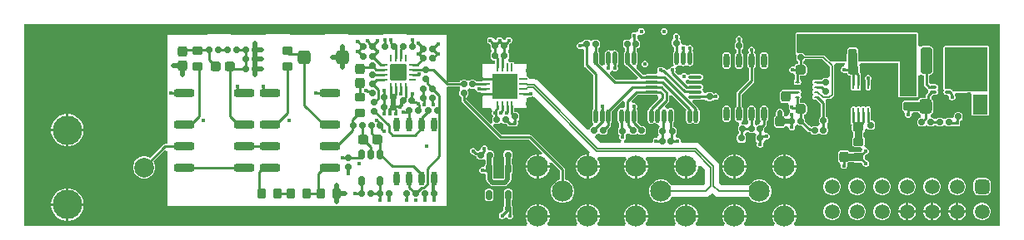
<source format=gtl>
G04*
G04 #@! TF.GenerationSoftware,Altium Limited,Altium Designer,23.0.1 (38)*
G04*
G04 Layer_Physical_Order=1*
G04 Layer_Color=255*
%FSAX25Y25*%
%MOIN*%
G70*
G04*
G04 #@! TF.SameCoordinates,B9DD0259-405E-4331-997F-192D94839516*
G04*
G04*
G04 #@! TF.FilePolarity,Positive*
G04*
G01*
G75*
%ADD10C,0.00984*%
%ADD15C,0.00500*%
%ADD16C,0.01000*%
G04:AMPARAMS|DCode=23|XSize=37.4mil|YSize=41.34mil|CornerRadius=9.35mil|HoleSize=0mil|Usage=FLASHONLY|Rotation=270.000|XOffset=0mil|YOffset=0mil|HoleType=Round|Shape=RoundedRectangle|*
%AMROUNDEDRECTD23*
21,1,0.03740,0.02264,0,0,270.0*
21,1,0.01870,0.04134,0,0,270.0*
1,1,0.01870,-0.01132,-0.00935*
1,1,0.01870,-0.01132,0.00935*
1,1,0.01870,0.01132,0.00935*
1,1,0.01870,0.01132,-0.00935*
%
%ADD23ROUNDEDRECTD23*%
G04:AMPARAMS|DCode=24|XSize=37.4mil|YSize=41.34mil|CornerRadius=9.35mil|HoleSize=0mil|Usage=FLASHONLY|Rotation=180.000|XOffset=0mil|YOffset=0mil|HoleType=Round|Shape=RoundedRectangle|*
%AMROUNDEDRECTD24*
21,1,0.03740,0.02264,0,0,180.0*
21,1,0.01870,0.04134,0,0,180.0*
1,1,0.01870,-0.00935,0.01132*
1,1,0.01870,0.00935,0.01132*
1,1,0.01870,0.00935,-0.01132*
1,1,0.01870,-0.00935,-0.01132*
%
%ADD24ROUNDEDRECTD24*%
G04:AMPARAMS|DCode=25|XSize=23.62mil|YSize=23.62mil|CornerRadius=5.91mil|HoleSize=0mil|Usage=FLASHONLY|Rotation=270.000|XOffset=0mil|YOffset=0mil|HoleType=Round|Shape=RoundedRectangle|*
%AMROUNDEDRECTD25*
21,1,0.02362,0.01181,0,0,270.0*
21,1,0.01181,0.02362,0,0,270.0*
1,1,0.01181,-0.00591,-0.00591*
1,1,0.01181,-0.00591,0.00591*
1,1,0.01181,0.00591,0.00591*
1,1,0.01181,0.00591,-0.00591*
%
%ADD25ROUNDEDRECTD25*%
G04:AMPARAMS|DCode=26|XSize=55.12mil|YSize=51.18mil|CornerRadius=12.8mil|HoleSize=0mil|Usage=FLASHONLY|Rotation=90.000|XOffset=0mil|YOffset=0mil|HoleType=Round|Shape=RoundedRectangle|*
%AMROUNDEDRECTD26*
21,1,0.05512,0.02559,0,0,90.0*
21,1,0.02953,0.05118,0,0,90.0*
1,1,0.02559,0.01280,0.01476*
1,1,0.02559,0.01280,-0.01476*
1,1,0.02559,-0.01280,-0.01476*
1,1,0.02559,-0.01280,0.01476*
%
%ADD26ROUNDEDRECTD26*%
G04:AMPARAMS|DCode=27|XSize=39.37mil|YSize=35.43mil|CornerRadius=8.86mil|HoleSize=0mil|Usage=FLASHONLY|Rotation=180.000|XOffset=0mil|YOffset=0mil|HoleType=Round|Shape=RoundedRectangle|*
%AMROUNDEDRECTD27*
21,1,0.03937,0.01772,0,0,180.0*
21,1,0.02165,0.03543,0,0,180.0*
1,1,0.01772,-0.01083,0.00886*
1,1,0.01772,0.01083,0.00886*
1,1,0.01772,0.01083,-0.00886*
1,1,0.01772,-0.01083,-0.00886*
%
%ADD27ROUNDEDRECTD27*%
G04:AMPARAMS|DCode=28|XSize=31.5mil|YSize=81.1mil|CornerRadius=7.87mil|HoleSize=0mil|Usage=FLASHONLY|Rotation=270.000|XOffset=0mil|YOffset=0mil|HoleType=Round|Shape=RoundedRectangle|*
%AMROUNDEDRECTD28*
21,1,0.03150,0.06535,0,0,270.0*
21,1,0.01575,0.08110,0,0,270.0*
1,1,0.01575,-0.03268,-0.00787*
1,1,0.01575,-0.03268,0.00787*
1,1,0.01575,0.03268,0.00787*
1,1,0.01575,0.03268,-0.00787*
%
%ADD28ROUNDEDRECTD28*%
G04:AMPARAMS|DCode=29|XSize=25.2mil|YSize=25.2mil|CornerRadius=6.3mil|HoleSize=0mil|Usage=FLASHONLY|Rotation=270.000|XOffset=0mil|YOffset=0mil|HoleType=Round|Shape=RoundedRectangle|*
%AMROUNDEDRECTD29*
21,1,0.02520,0.01260,0,0,270.0*
21,1,0.01260,0.02520,0,0,270.0*
1,1,0.01260,-0.00630,-0.00630*
1,1,0.01260,-0.00630,0.00630*
1,1,0.01260,0.00630,0.00630*
1,1,0.01260,0.00630,-0.00630*
%
%ADD29ROUNDEDRECTD29*%
G04:AMPARAMS|DCode=30|XSize=39.37mil|YSize=35.43mil|CornerRadius=8.86mil|HoleSize=0mil|Usage=FLASHONLY|Rotation=90.000|XOffset=0mil|YOffset=0mil|HoleType=Round|Shape=RoundedRectangle|*
%AMROUNDEDRECTD30*
21,1,0.03937,0.01772,0,0,90.0*
21,1,0.02165,0.03543,0,0,90.0*
1,1,0.01772,0.00886,0.01083*
1,1,0.01772,0.00886,-0.01083*
1,1,0.01772,-0.00886,-0.01083*
1,1,0.01772,-0.00886,0.01083*
%
%ADD30ROUNDEDRECTD30*%
G04:AMPARAMS|DCode=31|XSize=23.62mil|YSize=39.37mil|CornerRadius=5.91mil|HoleSize=0mil|Usage=FLASHONLY|Rotation=0.000|XOffset=0mil|YOffset=0mil|HoleType=Round|Shape=RoundedRectangle|*
%AMROUNDEDRECTD31*
21,1,0.02362,0.02756,0,0,0.0*
21,1,0.01181,0.03937,0,0,0.0*
1,1,0.01181,0.00591,-0.01378*
1,1,0.01181,-0.00591,-0.01378*
1,1,0.01181,-0.00591,0.01378*
1,1,0.01181,0.00591,0.01378*
%
%ADD31ROUNDEDRECTD31*%
G04:AMPARAMS|DCode=32|XSize=23.62mil|YSize=23.62mil|CornerRadius=5.91mil|HoleSize=0mil|Usage=FLASHONLY|Rotation=0.000|XOffset=0mil|YOffset=0mil|HoleType=Round|Shape=RoundedRectangle|*
%AMROUNDEDRECTD32*
21,1,0.02362,0.01181,0,0,0.0*
21,1,0.01181,0.02362,0,0,0.0*
1,1,0.01181,0.00591,-0.00591*
1,1,0.01181,-0.00591,-0.00591*
1,1,0.01181,-0.00591,0.00591*
1,1,0.01181,0.00591,0.00591*
%
%ADD32ROUNDEDRECTD32*%
G04:AMPARAMS|DCode=33|XSize=25.2mil|YSize=25.2mil|CornerRadius=6.3mil|HoleSize=0mil|Usage=FLASHONLY|Rotation=180.000|XOffset=0mil|YOffset=0mil|HoleType=Round|Shape=RoundedRectangle|*
%AMROUNDEDRECTD33*
21,1,0.02520,0.01260,0,0,180.0*
21,1,0.01260,0.02520,0,0,180.0*
1,1,0.01260,-0.00630,0.00630*
1,1,0.01260,0.00630,0.00630*
1,1,0.01260,0.00630,-0.00630*
1,1,0.01260,-0.00630,-0.00630*
%
%ADD33ROUNDEDRECTD33*%
G04:AMPARAMS|DCode=34|XSize=31.5mil|YSize=218.5mil|CornerRadius=7.87mil|HoleSize=0mil|Usage=FLASHONLY|Rotation=180.000|XOffset=0mil|YOffset=0mil|HoleType=Round|Shape=RoundedRectangle|*
%AMROUNDEDRECTD34*
21,1,0.03150,0.20276,0,0,180.0*
21,1,0.01575,0.21850,0,0,180.0*
1,1,0.01575,-0.00787,0.10138*
1,1,0.01575,0.00787,0.10138*
1,1,0.01575,0.00787,-0.10138*
1,1,0.01575,-0.00787,-0.10138*
%
%ADD34ROUNDEDRECTD34*%
G04:AMPARAMS|DCode=35|XSize=31.5mil|YSize=196.06mil|CornerRadius=7.87mil|HoleSize=0mil|Usage=FLASHONLY|Rotation=90.000|XOffset=0mil|YOffset=0mil|HoleType=Round|Shape=RoundedRectangle|*
%AMROUNDEDRECTD35*
21,1,0.03150,0.18032,0,0,90.0*
21,1,0.01575,0.19606,0,0,90.0*
1,1,0.01575,0.09016,0.00787*
1,1,0.01575,0.09016,-0.00787*
1,1,0.01575,-0.09016,-0.00787*
1,1,0.01575,-0.09016,0.00787*
%
%ADD35ROUNDEDRECTD35*%
G04:AMPARAMS|DCode=36|XSize=31.5mil|YSize=149.61mil|CornerRadius=7.87mil|HoleSize=0mil|Usage=FLASHONLY|Rotation=0.000|XOffset=0mil|YOffset=0mil|HoleType=Round|Shape=RoundedRectangle|*
%AMROUNDEDRECTD36*
21,1,0.03150,0.13386,0,0,0.0*
21,1,0.01575,0.14961,0,0,0.0*
1,1,0.01575,0.00787,-0.06693*
1,1,0.01575,-0.00787,-0.06693*
1,1,0.01575,-0.00787,0.06693*
1,1,0.01575,0.00787,0.06693*
%
%ADD36ROUNDEDRECTD36*%
G04:AMPARAMS|DCode=37|XSize=31.5mil|YSize=149.61mil|CornerRadius=7.87mil|HoleSize=0mil|Usage=FLASHONLY|Rotation=90.000|XOffset=0mil|YOffset=0mil|HoleType=Round|Shape=RoundedRectangle|*
%AMROUNDEDRECTD37*
21,1,0.03150,0.13386,0,0,90.0*
21,1,0.01575,0.14961,0,0,90.0*
1,1,0.01575,0.06693,0.00787*
1,1,0.01575,0.06693,-0.00787*
1,1,0.01575,-0.06693,-0.00787*
1,1,0.01575,-0.06693,0.00787*
%
%ADD37ROUNDEDRECTD37*%
%ADD38O,0.00984X0.03347*%
%ADD39O,0.03347X0.00984*%
%ADD40O,0.03150X0.00984*%
%ADD41O,0.00984X0.03150*%
%ADD43O,0.02362X0.05709*%
G04:AMPARAMS|DCode=44|XSize=107.09mil|YSize=48.42mil|CornerRadius=12.11mil|HoleSize=0mil|Usage=FLASHONLY|Rotation=270.000|XOffset=0mil|YOffset=0mil|HoleType=Round|Shape=RoundedRectangle|*
%AMROUNDEDRECTD44*
21,1,0.10709,0.02421,0,0,270.0*
21,1,0.08287,0.04842,0,0,270.0*
1,1,0.02421,-0.01211,-0.04144*
1,1,0.02421,-0.01211,0.04144*
1,1,0.02421,0.01211,0.04144*
1,1,0.02421,0.01211,-0.04144*
%
%ADD44ROUNDEDRECTD44*%
G04:AMPARAMS|DCode=45|XSize=59.06mil|YSize=51.18mil|CornerRadius=12.8mil|HoleSize=0mil|Usage=FLASHONLY|Rotation=180.000|XOffset=0mil|YOffset=0mil|HoleType=Round|Shape=RoundedRectangle|*
%AMROUNDEDRECTD45*
21,1,0.05906,0.02559,0,0,180.0*
21,1,0.03347,0.05118,0,0,180.0*
1,1,0.02559,-0.01673,0.01280*
1,1,0.02559,0.01673,0.01280*
1,1,0.02559,0.01673,-0.01280*
1,1,0.02559,-0.01673,-0.01280*
%
%ADD45ROUNDEDRECTD45*%
G04:AMPARAMS|DCode=46|XSize=59.06mil|YSize=51.18mil|CornerRadius=12.8mil|HoleSize=0mil|Usage=FLASHONLY|Rotation=270.000|XOffset=0mil|YOffset=0mil|HoleType=Round|Shape=RoundedRectangle|*
%AMROUNDEDRECTD46*
21,1,0.05906,0.02559,0,0,270.0*
21,1,0.03347,0.05118,0,0,270.0*
1,1,0.02559,-0.01280,-0.01673*
1,1,0.02559,-0.01280,0.01673*
1,1,0.02559,0.01280,0.01673*
1,1,0.02559,0.01280,-0.01673*
%
%ADD46ROUNDEDRECTD46*%
G04:AMPARAMS|DCode=47|XSize=11.81mil|YSize=26.38mil|CornerRadius=2.95mil|HoleSize=0mil|Usage=FLASHONLY|Rotation=270.000|XOffset=0mil|YOffset=0mil|HoleType=Round|Shape=RoundedRectangle|*
%AMROUNDEDRECTD47*
21,1,0.01181,0.02047,0,0,270.0*
21,1,0.00591,0.02638,0,0,270.0*
1,1,0.00591,-0.01024,-0.00295*
1,1,0.00591,-0.01024,0.00295*
1,1,0.00591,0.01024,0.00295*
1,1,0.00591,0.01024,-0.00295*
%
%ADD47ROUNDEDRECTD47*%
G04:AMPARAMS|DCode=48|XSize=9.84mil|YSize=35.43mil|CornerRadius=2.46mil|HoleSize=0mil|Usage=FLASHONLY|Rotation=180.000|XOffset=0mil|YOffset=0mil|HoleType=Round|Shape=RoundedRectangle|*
%AMROUNDEDRECTD48*
21,1,0.00984,0.03051,0,0,180.0*
21,1,0.00492,0.03543,0,0,180.0*
1,1,0.00492,-0.00246,0.01526*
1,1,0.00492,0.00246,0.01526*
1,1,0.00492,0.00246,-0.01526*
1,1,0.00492,-0.00246,-0.01526*
%
%ADD48ROUNDEDRECTD48*%
%ADD49O,0.05512X0.01378*%
%ADD50O,0.01772X0.05512*%
G04:AMPARAMS|DCode=51|XSize=9.84mil|YSize=19.68mil|CornerRadius=2.46mil|HoleSize=0mil|Usage=FLASHONLY|Rotation=90.000|XOffset=0mil|YOffset=0mil|HoleType=Round|Shape=RoundedRectangle|*
%AMROUNDEDRECTD51*
21,1,0.00984,0.01476,0,0,90.0*
21,1,0.00492,0.01968,0,0,90.0*
1,1,0.00492,0.00738,0.00246*
1,1,0.00492,0.00738,-0.00246*
1,1,0.00492,-0.00738,-0.00246*
1,1,0.00492,-0.00738,0.00246*
%
%ADD51ROUNDEDRECTD51*%
G04:AMPARAMS|DCode=89|XSize=102.36mil|YSize=102.36mil|CornerRadius=2.56mil|HoleSize=0mil|Usage=FLASHONLY|Rotation=270.000|XOffset=0mil|YOffset=0mil|HoleType=Round|Shape=RoundedRectangle|*
%AMROUNDEDRECTD89*
21,1,0.10236,0.09724,0,0,270.0*
21,1,0.09724,0.10236,0,0,270.0*
1,1,0.00512,-0.04862,-0.04862*
1,1,0.00512,-0.04862,0.04862*
1,1,0.00512,0.04862,0.04862*
1,1,0.00512,0.04862,-0.04862*
%
%ADD89ROUNDEDRECTD89*%
G04:AMPARAMS|DCode=90|XSize=66.14mil|YSize=66.14mil|CornerRadius=3.31mil|HoleSize=0mil|Usage=FLASHONLY|Rotation=0.000|XOffset=0mil|YOffset=0mil|HoleType=Round|Shape=RoundedRectangle|*
%AMROUNDEDRECTD90*
21,1,0.06614,0.05953,0,0,0.0*
21,1,0.05953,0.06614,0,0,0.0*
1,1,0.00661,0.02976,-0.02976*
1,1,0.00661,-0.02976,-0.02976*
1,1,0.00661,-0.02976,0.02976*
1,1,0.00661,0.02976,0.02976*
%
%ADD90ROUNDEDRECTD90*%
G04:AMPARAMS|DCode=91|XSize=96.06mil|YSize=58.66mil|CornerRadius=2.93mil|HoleSize=0mil|Usage=FLASHONLY|Rotation=180.000|XOffset=0mil|YOffset=0mil|HoleType=Round|Shape=RoundedRectangle|*
%AMROUNDEDRECTD91*
21,1,0.09606,0.05280,0,0,180.0*
21,1,0.09020,0.05866,0,0,180.0*
1,1,0.00587,-0.04510,0.02640*
1,1,0.00587,0.04510,0.02640*
1,1,0.00587,0.04510,-0.02640*
1,1,0.00587,-0.04510,-0.02640*
%
%ADD91ROUNDEDRECTD91*%
G04:AMPARAMS|DCode=92|XSize=62.99mil|YSize=35.43mil|CornerRadius=1.77mil|HoleSize=0mil|Usage=FLASHONLY|Rotation=90.000|XOffset=0mil|YOffset=0mil|HoleType=Round|Shape=RoundedRectangle|*
%AMROUNDEDRECTD92*
21,1,0.06299,0.03189,0,0,90.0*
21,1,0.05945,0.03543,0,0,90.0*
1,1,0.00354,0.01595,0.02972*
1,1,0.00354,0.01595,-0.02972*
1,1,0.00354,-0.01595,-0.02972*
1,1,0.00354,-0.01595,0.02972*
%
%ADD92ROUNDEDRECTD92*%
%ADD93C,0.01968*%
%ADD94C,0.02000*%
%ADD95C,0.01181*%
%ADD96C,0.02953*%
%ADD97C,0.00839*%
%ADD98C,0.00837*%
%ADD99C,0.03543*%
%ADD100C,0.08425*%
%ADD101C,0.05906*%
G04:AMPARAMS|DCode=102|XSize=59.06mil|YSize=59.06mil|CornerRadius=14.76mil|HoleSize=0mil|Usage=FLASHONLY|Rotation=180.000|XOffset=0mil|YOffset=0mil|HoleType=Round|Shape=RoundedRectangle|*
%AMROUNDEDRECTD102*
21,1,0.05906,0.02953,0,0,180.0*
21,1,0.02953,0.05906,0,0,180.0*
1,1,0.02953,-0.01476,0.01476*
1,1,0.02953,0.01476,0.01476*
1,1,0.02953,0.01476,-0.01476*
1,1,0.02953,-0.01476,-0.01476*
%
%ADD102ROUNDEDRECTD102*%
%ADD103C,0.11811*%
%ADD104C,0.07874*%
%ADD105C,0.01600*%
G36*
X0391316Y0001204D02*
X0309600Y0001204D01*
X0309241Y0002204D01*
X0309760Y0003103D01*
X0310088Y0004327D01*
Y0004461D01*
X0300463D01*
Y0004327D01*
X0300791Y0003103D01*
X0301310Y0002204D01*
X0300951Y0001204D01*
X0289600D01*
X0289241Y0002204D01*
X0289760Y0003103D01*
X0290088Y0004327D01*
Y0004461D01*
X0280463D01*
Y0004327D01*
X0280791Y0003103D01*
X0281310Y0002204D01*
X0280951Y0001204D01*
X0270230D01*
X0269871Y0002204D01*
X0270390Y0003103D01*
X0270718Y0004327D01*
Y0004461D01*
X0261093D01*
Y0004327D01*
X0261421Y0003103D01*
X0261940Y0002204D01*
X0261581Y0001204D01*
X0250230D01*
X0249871Y0002204D01*
X0250390Y0003103D01*
X0250718Y0004327D01*
Y0004461D01*
X0241093D01*
Y0004327D01*
X0241421Y0003103D01*
X0241940Y0002204D01*
X0241581Y0001204D01*
X0230860D01*
X0230501Y0002204D01*
X0231020Y0003103D01*
X0231348Y0004327D01*
Y0004461D01*
X0221723D01*
Y0004327D01*
X0222051Y0003103D01*
X0222570Y0002204D01*
X0222211Y0001204D01*
X0210860D01*
X0210501Y0002204D01*
X0211020Y0003103D01*
X0211348Y0004327D01*
Y0004461D01*
X0201723D01*
Y0004327D01*
X0202051Y0003103D01*
X0202570Y0002204D01*
X0202211Y0001204D01*
X0001204Y0001204D01*
X0001204Y0082136D01*
X0391316D01*
X0391316Y0001204D01*
D02*
G37*
%LPC*%
G36*
X0248267Y0080428D02*
X0247750D01*
X0247272Y0080230D01*
X0246907Y0079865D01*
X0246709Y0079387D01*
Y0079274D01*
X0246482Y0079042D01*
X0245826Y0078666D01*
X0245785Y0078657D01*
X0245534Y0078761D01*
X0245017D01*
X0244539Y0078563D01*
X0244174Y0078197D01*
X0243976Y0077719D01*
Y0077202D01*
X0244174Y0076724D01*
X0243613Y0075903D01*
X0243375Y0075755D01*
X0243264Y0075747D01*
X0242913Y0075817D01*
X0241732D01*
X0241307Y0075732D01*
X0240946Y0075491D01*
X0240705Y0075130D01*
X0240620Y0074705D01*
Y0073524D01*
X0240705Y0073098D01*
X0240946Y0072737D01*
X0241307Y0072496D01*
X0241500Y0072458D01*
Y0071146D01*
X0241214Y0070718D01*
X0241107Y0070177D01*
Y0066437D01*
X0241214Y0065896D01*
X0241521Y0065438D01*
X0241979Y0065132D01*
X0242349Y0065058D01*
X0246627Y0060779D01*
X0246213Y0059779D01*
X0237716D01*
X0235561Y0061935D01*
X0235749Y0062981D01*
X0236504Y0063350D01*
X0236665Y0063268D01*
X0237143Y0063070D01*
X0237660D01*
X0238138Y0063268D01*
X0238504Y0063634D01*
X0238702Y0064112D01*
Y0064629D01*
X0238504Y0065106D01*
X0238421Y0065189D01*
Y0065469D01*
X0238707Y0065896D01*
X0238814Y0066437D01*
Y0070177D01*
X0238707Y0070718D01*
X0238401Y0071176D01*
X0237942Y0071483D01*
X0237402Y0071590D01*
X0236861Y0071483D01*
X0236846Y0071473D01*
X0236122Y0071259D01*
X0235398Y0071473D01*
X0235383Y0071483D01*
X0234842Y0071590D01*
X0234302Y0071483D01*
X0233843Y0071176D01*
X0233537Y0070718D01*
X0233430Y0070177D01*
Y0066437D01*
X0233537Y0065896D01*
X0233335Y0065561D01*
X0232100Y0065395D01*
X0231124Y0066371D01*
X0231137Y0066437D01*
Y0070177D01*
X0231030Y0070718D01*
X0230744Y0071146D01*
Y0072499D01*
X0231101Y0072737D01*
X0231342Y0073098D01*
X0231427Y0073524D01*
Y0074705D01*
X0231342Y0075130D01*
X0231101Y0075491D01*
X0230740Y0075732D01*
X0230315Y0075817D01*
X0229134D01*
X0228708Y0075732D01*
X0228570Y0075639D01*
X0228345Y0075491D01*
X0227560D01*
X0227336Y0075639D01*
X0227197Y0075732D01*
X0226772Y0075817D01*
X0225591D01*
X0225165Y0075732D01*
X0224804Y0075491D01*
X0224563Y0075130D01*
X0223782Y0074725D01*
X0223265D01*
X0222787Y0074527D01*
X0222422Y0074162D01*
X0222224Y0073684D01*
Y0073167D01*
X0222422Y0072689D01*
X0222787Y0072323D01*
X0223265Y0072125D01*
X0223782D01*
X0224170Y0072286D01*
X0224618Y0072124D01*
X0225170Y0071818D01*
Y0065551D01*
X0225247Y0065164D01*
X0225466Y0064836D01*
X0228713Y0061589D01*
Y0047929D01*
X0228419Y0047490D01*
X0228311Y0046949D01*
Y0043209D01*
X0228419Y0042668D01*
X0228725Y0042210D01*
X0228800Y0041974D01*
X0228700Y0041588D01*
X0228376Y0040941D01*
X0228118Y0040889D01*
X0227757Y0040648D01*
X0227516Y0040288D01*
X0227447Y0039941D01*
X0227214Y0039793D01*
X0226431Y0039543D01*
X0206759Y0059215D01*
X0206015Y0059712D01*
X0205137Y0059887D01*
X0203456D01*
X0203056Y0060154D01*
X0203001Y0060426D01*
X0202782Y0060755D01*
X0202454Y0060974D01*
X0202165Y0061031D01*
Y0065945D01*
X0197252D01*
X0197194Y0066234D01*
X0196975Y0066562D01*
X0196647Y0066781D01*
X0196260Y0066858D01*
X0195873Y0066781D01*
X0195672Y0066647D01*
X0194940Y0066888D01*
X0194745Y0067896D01*
X0194962Y0068221D01*
X0195050Y0068661D01*
Y0069921D01*
X0194962Y0070362D01*
X0194741Y0070692D01*
X0194712Y0070753D01*
Y0071767D01*
X0194741Y0071828D01*
X0194962Y0072158D01*
X0195050Y0072598D01*
Y0073654D01*
X0195607Y0074212D01*
X0195740Y0074410D01*
X0195784Y0074429D01*
X0196150Y0074794D01*
X0196348Y0075272D01*
Y0075789D01*
X0196150Y0076267D01*
X0195784Y0076633D01*
X0195307Y0076831D01*
X0194790D01*
X0194312Y0076633D01*
X0193946Y0076267D01*
X0193748Y0075789D01*
X0192748Y0075710D01*
X0192639Y0075751D01*
X0192441Y0076228D01*
X0192075Y0076594D01*
X0191597Y0076792D01*
X0191080D01*
X0190602Y0076594D01*
X0190236Y0076228D01*
X0190039Y0075751D01*
X0189911Y0075698D01*
X0189751Y0075711D01*
X0188714Y0076255D01*
X0188348Y0076621D01*
X0187870Y0076818D01*
X0187353D01*
X0186875Y0076621D01*
X0186509Y0076255D01*
X0186311Y0075777D01*
Y0075260D01*
X0186509Y0074782D01*
X0186875Y0074416D01*
X0186948Y0074386D01*
X0187052Y0074230D01*
X0187627Y0073654D01*
Y0072598D01*
X0187715Y0072158D01*
X0187936Y0071828D01*
X0187965Y0071767D01*
X0187965Y0070753D01*
X0187936Y0070692D01*
X0187715Y0070362D01*
X0187627Y0069921D01*
Y0068661D01*
X0187715Y0068221D01*
X0187965Y0067847D01*
X0188339Y0067597D01*
X0188779Y0067509D01*
X0189343D01*
Y0065945D01*
X0184449D01*
Y0059063D01*
X0184160Y0059005D01*
X0184152Y0059000D01*
X0182056D01*
X0181889Y0059251D01*
X0181528Y0059492D01*
X0181102Y0059576D01*
X0179921D01*
X0179496Y0059492D01*
X0179419Y0059440D01*
X0179132Y0059251D01*
X0178348D01*
X0178061Y0059440D01*
X0177985Y0059492D01*
X0177559Y0059576D01*
X0176378D01*
X0175952Y0059492D01*
X0175592Y0059251D01*
X0175351Y0058890D01*
X0175335Y0058811D01*
X0170861D01*
X0170177Y0059495D01*
Y0077953D01*
X0058465D01*
Y0054778D01*
X0058346Y0054491D01*
Y0053974D01*
X0058465Y0053687D01*
Y0033909D01*
X0057579D01*
X0057220Y0033838D01*
X0056916Y0033635D01*
X0051523Y0028241D01*
X0050827Y0028642D01*
X0049698Y0028945D01*
X0048530D01*
X0047401Y0028642D01*
X0046390Y0028058D01*
X0045564Y0027232D01*
X0044980Y0026221D01*
X0044677Y0025092D01*
Y0023924D01*
X0044980Y0022795D01*
X0045564Y0021783D01*
X0046390Y0020957D01*
X0047401Y0020373D01*
X0048530Y0020071D01*
X0049698D01*
X0050827Y0020373D01*
X0051839Y0020957D01*
X0052665Y0021783D01*
X0053249Y0022795D01*
X0053551Y0023924D01*
Y0025092D01*
X0053249Y0026221D01*
X0052847Y0026916D01*
X0057465Y0031534D01*
X0058465Y0031119D01*
Y0009055D01*
X0170177D01*
Y0056694D01*
X0170473Y0056937D01*
X0175335D01*
X0175351Y0056858D01*
X0175402Y0056781D01*
X0175592Y0056494D01*
Y0055711D01*
X0175402Y0055424D01*
X0175351Y0055347D01*
X0175266Y0054921D01*
Y0053740D01*
X0175351Y0053315D01*
X0175592Y0052954D01*
X0175952Y0052713D01*
X0176031Y0052697D01*
Y0051378D01*
X0176102Y0051019D01*
X0176306Y0050715D01*
X0191069Y0035951D01*
X0191374Y0035748D01*
X0191732Y0035677D01*
X0203155D01*
X0208336Y0030496D01*
X0207819Y0029599D01*
X0207169Y0029773D01*
X0207035D01*
Y0025461D01*
X0211348D01*
Y0025594D01*
X0211174Y0026244D01*
X0212071Y0026761D01*
X0215598Y0023234D01*
Y0019588D01*
X0214716Y0019352D01*
X0213642Y0018732D01*
X0212764Y0017854D01*
X0212144Y0016780D01*
X0211823Y0015581D01*
Y0014340D01*
X0212144Y0013142D01*
X0212764Y0012067D01*
X0213642Y0011190D01*
X0214716Y0010569D01*
X0215915Y0010248D01*
X0217156D01*
X0218354Y0010569D01*
X0219429Y0011190D01*
X0220306Y0012067D01*
X0220927Y0013142D01*
X0221248Y0014340D01*
Y0015581D01*
X0220927Y0016780D01*
X0220306Y0017854D01*
X0219429Y0018732D01*
X0218354Y0019352D01*
X0217473Y0019588D01*
Y0023622D01*
X0217401Y0023981D01*
X0217198Y0024285D01*
X0204206Y0037277D01*
X0203902Y0037480D01*
X0203543Y0037552D01*
X0192121D01*
X0188554Y0041118D01*
X0188544Y0041186D01*
X0188791Y0041516D01*
X0189278Y0041957D01*
X0189567Y0041900D01*
X0190748D01*
X0191174Y0041985D01*
X0191312Y0042077D01*
X0191537Y0042226D01*
X0192322D01*
X0192546Y0042077D01*
X0192685Y0041985D01*
X0193110Y0041900D01*
X0194109D01*
X0194604Y0041405D01*
X0194934Y0041184D01*
X0195325Y0041106D01*
X0196743D01*
X0197182Y0040924D01*
X0197699D01*
X0198177Y0041122D01*
X0198543Y0041488D01*
X0198741Y0041966D01*
Y0042483D01*
X0198607Y0043037D01*
X0198945Y0043437D01*
X0199194Y0043811D01*
X0199282Y0044252D01*
Y0045512D01*
X0199194Y0045953D01*
X0198944Y0046326D01*
X0198571Y0046576D01*
X0198130Y0046664D01*
X0197279D01*
Y0048228D01*
X0202165D01*
Y0052259D01*
X0202403Y0052476D01*
X0203165Y0052826D01*
X0203383Y0052735D01*
X0203900D01*
X0204378Y0052933D01*
X0205454Y0052599D01*
X0227327Y0030726D01*
X0227306Y0030596D01*
X0227035Y0030090D01*
Y0025461D01*
X0231348D01*
Y0025594D01*
X0231020Y0026818D01*
X0230449Y0027808D01*
X0230573Y0028235D01*
X0230908Y0028808D01*
X0241685D01*
X0241737Y0028682D01*
X0241992Y0027808D01*
X0241421Y0026818D01*
X0241093Y0025594D01*
Y0025461D01*
X0250718D01*
Y0025594D01*
X0250390Y0026818D01*
X0249818Y0027808D01*
X0250074Y0028682D01*
X0250126Y0028808D01*
X0261685D01*
X0261737Y0028682D01*
X0261993Y0027808D01*
X0261421Y0026818D01*
X0261093Y0025594D01*
Y0025461D01*
X0265905D01*
Y0024961D01*
X0266406D01*
Y0020148D01*
X0266539D01*
X0267763Y0020476D01*
X0268861Y0021110D01*
X0269757Y0022006D01*
X0270390Y0023103D01*
X0270718Y0024327D01*
Y0025017D01*
X0271718Y0025431D01*
X0273563Y0023586D01*
Y0018048D01*
X0272770Y0017255D01*
X0260023D01*
X0259677Y0017854D01*
X0258799Y0018732D01*
X0257724Y0019352D01*
X0256526Y0019673D01*
X0255285D01*
X0254086Y0019352D01*
X0253012Y0018732D01*
X0252134Y0017854D01*
X0251514Y0016780D01*
X0251193Y0015581D01*
Y0014340D01*
X0251514Y0013142D01*
X0252134Y0012067D01*
X0253012Y0011190D01*
X0254086Y0010569D01*
X0255285Y0010248D01*
X0256526D01*
X0257724Y0010569D01*
X0258799Y0011190D01*
X0259677Y0012067D01*
X0260023Y0012666D01*
X0273721D01*
X0274598Y0012841D01*
X0275343Y0013339D01*
X0276378Y0014374D01*
X0277413Y0013339D01*
X0278157Y0012841D01*
X0279035Y0012666D01*
X0291158D01*
X0291505Y0012067D01*
X0292382Y0011190D01*
X0293457Y0010569D01*
X0294655Y0010248D01*
X0295896D01*
X0297095Y0010569D01*
X0298169Y0011190D01*
X0299047Y0012067D01*
X0299667Y0013142D01*
X0299988Y0014340D01*
Y0015581D01*
X0299667Y0016780D01*
X0299047Y0017854D01*
X0298169Y0018732D01*
X0297095Y0019352D01*
X0295896Y0019673D01*
X0294655D01*
X0293457Y0019352D01*
X0292382Y0018732D01*
X0291505Y0017854D01*
X0291158Y0017255D01*
X0279986D01*
X0279164Y0018076D01*
Y0024956D01*
X0278990Y0025834D01*
X0278492Y0026578D01*
X0271333Y0033737D01*
X0270589Y0034234D01*
X0269711Y0034409D01*
X0264597D01*
X0263719Y0034901D01*
Y0035418D01*
X0263521Y0035896D01*
X0263155Y0036262D01*
X0262677Y0036460D01*
X0262249D01*
X0261759Y0036906D01*
X0261740Y0037630D01*
X0261990Y0038004D01*
X0262077Y0038445D01*
Y0039705D01*
X0261990Y0040146D01*
X0261740Y0040519D01*
X0261366Y0040769D01*
X0260925Y0040857D01*
X0260813D01*
Y0042560D01*
X0260951Y0042766D01*
X0261059Y0043307D01*
Y0047047D01*
X0260951Y0047588D01*
X0260645Y0048046D01*
X0260186Y0048353D01*
X0259646Y0048460D01*
X0259105Y0048353D01*
X0258705Y0048085D01*
X0257753Y0048372D01*
X0257566Y0048985D01*
X0257527Y0049392D01*
X0258890Y0050755D01*
X0259111Y0051086D01*
X0259189Y0051476D01*
Y0053220D01*
X0260113Y0053603D01*
X0266062Y0047654D01*
X0266017Y0047588D01*
X0265910Y0047047D01*
Y0043307D01*
X0266017Y0042766D01*
X0266324Y0042308D01*
X0266782Y0042002D01*
X0267323Y0041894D01*
X0267864Y0042002D01*
X0268322Y0042308D01*
X0268883D01*
X0269341Y0042002D01*
X0269882Y0041894D01*
X0270423Y0042002D01*
X0270881Y0042308D01*
X0271187Y0042766D01*
X0271295Y0043307D01*
Y0047047D01*
X0271187Y0047588D01*
X0270881Y0048046D01*
X0270720Y0048154D01*
X0270676Y0048373D01*
X0270455Y0048703D01*
X0268516Y0050642D01*
X0268931Y0051642D01*
X0271654D01*
X0272117Y0051734D01*
X0272312Y0051864D01*
X0273597D01*
X0273601Y0051843D01*
X0273851Y0051469D01*
X0274224Y0051219D01*
X0274665Y0051131D01*
X0275925D01*
X0276366Y0051219D01*
X0276740Y0051469D01*
X0277031Y0051826D01*
X0277515Y0051635D01*
X0278032D01*
X0278509Y0051833D01*
X0278875Y0052199D01*
X0279073Y0052677D01*
Y0053194D01*
X0278875Y0053672D01*
X0278509Y0054038D01*
X0278032Y0054236D01*
X0277515D01*
X0277037Y0054038D01*
X0276948Y0054046D01*
X0276740Y0054358D01*
X0276366Y0054608D01*
X0275925Y0054695D01*
X0274665D01*
X0274224Y0054608D01*
X0273851Y0054358D01*
X0272928Y0054743D01*
X0272866Y0054823D01*
X0272774Y0055287D01*
X0272511Y0055680D01*
Y0055934D01*
X0272774Y0056327D01*
X0272866Y0056791D01*
X0272774Y0057255D01*
X0272511Y0057649D01*
X0272117Y0057911D01*
X0271654Y0058004D01*
X0267520D01*
X0267056Y0057911D01*
X0267014Y0057883D01*
X0266590D01*
X0265884Y0058590D01*
X0266179Y0059610D01*
X0266207Y0059644D01*
X0266841Y0059752D01*
X0267056Y0059608D01*
X0267520Y0059516D01*
X0271654D01*
X0272117Y0059608D01*
X0272511Y0059871D01*
X0272774Y0060264D01*
X0272866Y0060728D01*
X0272774Y0061192D01*
X0272511Y0061586D01*
X0272117Y0061848D01*
X0271654Y0061941D01*
X0267520D01*
X0267056Y0061848D01*
X0266333Y0061857D01*
X0265918Y0062200D01*
X0265894Y0062224D01*
X0265416Y0062422D01*
X0264899D01*
X0264421Y0062224D01*
X0264055Y0061858D01*
X0264048Y0061840D01*
X0262947Y0061543D01*
X0262926Y0061547D01*
X0261532Y0062941D01*
X0261688Y0063317D01*
Y0063835D01*
X0261520Y0064239D01*
X0261663Y0064564D01*
X0262067Y0065150D01*
X0262205Y0065122D01*
X0262745Y0065230D01*
X0263204Y0065536D01*
X0263765D01*
X0264223Y0065230D01*
X0264764Y0065122D01*
X0265304Y0065230D01*
X0265319Y0065240D01*
X0266043Y0065454D01*
X0266768Y0065240D01*
X0266782Y0065230D01*
X0267323Y0065122D01*
X0267864Y0065230D01*
X0268322Y0065536D01*
X0268628Y0065995D01*
X0268736Y0066536D01*
Y0070276D01*
X0268628Y0070816D01*
X0268342Y0071244D01*
Y0071524D01*
X0268425Y0071606D01*
X0268623Y0072084D01*
Y0072601D01*
X0268425Y0073079D01*
X0268059Y0073445D01*
X0267581Y0073642D01*
X0267064D01*
X0266801Y0073533D01*
X0265993Y0073226D01*
X0265500Y0073543D01*
X0265022Y0073741D01*
X0264798D01*
X0264465Y0073788D01*
X0263829Y0074543D01*
Y0075138D01*
X0263741Y0075579D01*
X0263492Y0075952D01*
X0263147Y0076294D01*
X0263308Y0076808D01*
Y0077325D01*
X0263110Y0077803D01*
X0262744Y0078169D01*
X0262266Y0078367D01*
X0261749D01*
X0261272Y0078169D01*
X0260906Y0077803D01*
X0260708Y0077325D01*
Y0076808D01*
X0260906Y0076331D01*
X0260603Y0075952D01*
X0260353Y0075579D01*
X0260265Y0075138D01*
Y0073878D01*
X0260353Y0073437D01*
X0260603Y0073063D01*
X0260977Y0072814D01*
X0261106Y0072788D01*
Y0071126D01*
X0260899Y0070816D01*
X0260792Y0070276D01*
Y0066536D01*
X0260899Y0065995D01*
X0261030Y0065800D01*
X0260809Y0065268D01*
X0260531Y0064876D01*
X0260129D01*
X0259652Y0064678D01*
X0259286Y0064312D01*
X0259178Y0064052D01*
X0258456Y0063767D01*
X0258088Y0063728D01*
X0257568Y0064248D01*
X0257238Y0064469D01*
X0256847Y0064546D01*
X0256492D01*
X0256370Y0064668D01*
X0255893Y0064866D01*
X0255375D01*
X0254898Y0064668D01*
X0254532Y0064302D01*
X0254334Y0063825D01*
Y0063308D01*
X0254496Y0062916D01*
X0254468Y0062748D01*
X0254423Y0062645D01*
X0254007Y0061941D01*
X0250197D01*
X0249733Y0061848D01*
X0249583Y0061748D01*
X0248543D01*
X0246021Y0064270D01*
X0246078Y0065438D01*
X0246384Y0065896D01*
X0246492Y0066437D01*
Y0070177D01*
X0246384Y0070718D01*
X0246241Y0070932D01*
Y0072412D01*
X0246457D01*
X0246882Y0072496D01*
X0247243Y0072737D01*
X0247484Y0073098D01*
X0247569Y0073524D01*
Y0074705D01*
X0247484Y0075130D01*
X0247243Y0075491D01*
X0246882Y0075732D01*
X0246640Y0075780D01*
X0246427Y0076547D01*
X0246416Y0076817D01*
X0246576Y0077202D01*
Y0077315D01*
X0246802Y0077546D01*
X0247458Y0077922D01*
X0247499Y0077932D01*
X0247750Y0077828D01*
X0248267D01*
X0248745Y0078026D01*
X0249111Y0078392D01*
X0249309Y0078869D01*
Y0079387D01*
X0249111Y0079865D01*
X0248745Y0080230D01*
X0248267Y0080428D01*
D02*
G37*
G36*
X0257444Y0080434D02*
X0256926D01*
X0256449Y0080236D01*
X0256083Y0079870D01*
X0255885Y0079392D01*
Y0078875D01*
X0256083Y0078398D01*
X0256449Y0078032D01*
X0256926Y0077834D01*
X0257444D01*
X0257921Y0078032D01*
X0258287Y0078398D01*
X0258485Y0078875D01*
Y0079392D01*
X0258287Y0079870D01*
X0257921Y0080236D01*
X0257444Y0080434D01*
D02*
G37*
G36*
X0249761Y0067366D02*
X0249243D01*
X0248766Y0067168D01*
X0248400Y0066803D01*
X0248202Y0066325D01*
Y0065808D01*
X0248400Y0065330D01*
X0248766Y0064964D01*
X0249243Y0064766D01*
X0249761D01*
X0250238Y0064964D01*
X0250604Y0065330D01*
X0250802Y0065808D01*
Y0066325D01*
X0250604Y0066803D01*
X0250238Y0067168D01*
X0249761Y0067366D01*
D02*
G37*
G36*
X0297087Y0070809D02*
X0296431Y0070678D01*
X0295875Y0070306D01*
X0295503Y0069750D01*
X0295373Y0069094D01*
Y0065748D01*
X0295503Y0065092D01*
X0295875Y0064536D01*
X0296431Y0064164D01*
X0297087Y0064034D01*
X0297743Y0064164D01*
X0298299Y0064536D01*
X0298670Y0065092D01*
X0298801Y0065748D01*
Y0069094D01*
X0298670Y0069750D01*
X0298299Y0070306D01*
X0297743Y0070678D01*
X0297087Y0070809D01*
D02*
G37*
G36*
X0287365Y0077285D02*
X0286848D01*
X0286370Y0077087D01*
X0286004Y0076722D01*
X0285806Y0076244D01*
Y0075727D01*
X0285967Y0075212D01*
X0285622Y0074870D01*
X0285373Y0074496D01*
X0285285Y0074055D01*
Y0072795D01*
X0285373Y0072355D01*
X0285622Y0071981D01*
X0285996Y0071731D01*
X0286057Y0071719D01*
Y0070428D01*
X0285875Y0070306D01*
X0285503Y0069750D01*
X0285373Y0069094D01*
Y0065748D01*
X0285503Y0065092D01*
X0285875Y0064536D01*
X0286431Y0064164D01*
X0287087Y0064034D01*
X0287743Y0064164D01*
X0288299Y0064536D01*
X0288670Y0065092D01*
X0288801Y0065748D01*
Y0069094D01*
X0288670Y0069750D01*
X0288299Y0070306D01*
X0288096Y0070442D01*
Y0071723D01*
X0288138Y0071731D01*
X0288511Y0071981D01*
X0288761Y0072355D01*
X0288849Y0072795D01*
Y0074055D01*
X0288761Y0074496D01*
X0288511Y0074870D01*
X0288208Y0075249D01*
X0288406Y0075727D01*
Y0076244D01*
X0288208Y0076722D01*
X0287843Y0077087D01*
X0287365Y0077285D01*
D02*
G37*
G36*
X0282087Y0070809D02*
X0281431Y0070678D01*
X0280875Y0070306D01*
X0280503Y0069750D01*
X0280373Y0069094D01*
Y0065748D01*
X0280503Y0065092D01*
X0280875Y0064536D01*
X0281431Y0064164D01*
X0282087Y0064034D01*
X0282743Y0064164D01*
X0283299Y0064536D01*
X0283670Y0065092D01*
X0283801Y0065748D01*
Y0069094D01*
X0283670Y0069750D01*
X0283299Y0070306D01*
X0282743Y0070678D01*
X0282087Y0070809D01*
D02*
G37*
G36*
X0339038Y0061733D02*
X0338521D01*
X0338043Y0061535D01*
X0337677Y0061169D01*
X0337479Y0060692D01*
Y0060175D01*
X0337677Y0059697D01*
X0337768Y0059606D01*
Y0057657D01*
X0337773Y0057633D01*
Y0056132D01*
X0337831Y0055841D01*
X0337996Y0055594D01*
X0338242Y0055429D01*
X0338533Y0055371D01*
X0339026D01*
X0339317Y0055429D01*
X0339563Y0055594D01*
X0339728Y0055841D01*
X0339786Y0056132D01*
Y0057633D01*
X0339791Y0057657D01*
Y0059606D01*
X0339882Y0059697D01*
X0340079Y0060175D01*
Y0060692D01*
X0339882Y0061169D01*
X0339516Y0061535D01*
X0339038Y0061733D01*
D02*
G37*
G36*
X0339026Y0048959D02*
X0338533D01*
X0338242Y0048902D01*
X0337996Y0048737D01*
X0337595D01*
X0337348Y0048902D01*
X0337057Y0048959D01*
X0336565D01*
X0336274Y0048902D01*
X0336027Y0048737D01*
X0335626D01*
X0335380Y0048902D01*
X0335089Y0048959D01*
X0334596D01*
X0334305Y0048902D01*
X0334059Y0048737D01*
X0333658D01*
X0333411Y0048902D01*
X0333120Y0048959D01*
X0332628D01*
X0332337Y0048902D01*
X0332090Y0048737D01*
X0331925Y0048490D01*
X0331867Y0048199D01*
Y0046738D01*
X0331854Y0046673D01*
Y0042558D01*
X0331932Y0042168D01*
X0332153Y0041837D01*
X0332290Y0041700D01*
X0332247Y0041486D01*
Y0039616D01*
X0332359Y0039056D01*
X0332676Y0038581D01*
X0332876Y0038447D01*
Y0036739D01*
X0332859Y0036727D01*
X0332553Y0036269D01*
X0332445Y0035728D01*
Y0033957D01*
X0332553Y0033416D01*
X0332859Y0032958D01*
X0333317Y0032651D01*
X0333858Y0032544D01*
X0335887D01*
X0336171Y0032261D01*
X0336496Y0031634D01*
X0335993Y0030842D01*
X0333858D01*
X0333317Y0030735D01*
X0333275Y0030706D01*
X0331205D01*
X0331005Y0031005D01*
X0330530Y0031322D01*
X0329971Y0031434D01*
X0328100D01*
X0327540Y0031322D01*
X0327066Y0031005D01*
X0326749Y0030530D01*
X0326637Y0029970D01*
Y0027707D01*
X0326749Y0027147D01*
X0327066Y0026672D01*
X0327202Y0026581D01*
X0327560Y0026264D01*
X0327735Y0025455D01*
Y0024938D01*
X0327933Y0024461D01*
X0328299Y0024095D01*
X0328777Y0023897D01*
X0329294D01*
X0329772Y0024095D01*
X0330137Y0024461D01*
X0330335Y0024938D01*
Y0025455D01*
X0330511Y0026264D01*
X0330869Y0026581D01*
X0331005Y0026672D01*
X0331008Y0026676D01*
X0332847D01*
X0332859Y0026658D01*
X0333317Y0026352D01*
X0333858Y0026245D01*
X0336024D01*
X0336594Y0025726D01*
X0336792Y0025248D01*
X0337157Y0024882D01*
X0337635Y0024684D01*
X0338152D01*
X0338630Y0024882D01*
X0338996Y0025248D01*
X0339194Y0025726D01*
Y0026243D01*
X0338996Y0026721D01*
X0338630Y0027086D01*
X0338152Y0027284D01*
X0338036D01*
X0337437Y0027883D01*
Y0029400D01*
X0337839Y0029802D01*
X0337955D01*
X0338433Y0030000D01*
X0338799Y0030366D01*
X0338997Y0030844D01*
Y0031361D01*
X0338799Y0031839D01*
X0338433Y0032204D01*
X0337955Y0032402D01*
X0337854D01*
X0337275Y0033335D01*
X0337329Y0033416D01*
X0337437Y0033957D01*
Y0035728D01*
X0337329Y0036269D01*
X0337023Y0036727D01*
X0336907Y0036805D01*
Y0038513D01*
X0337009Y0038581D01*
X0337326Y0039056D01*
X0337437Y0039616D01*
Y0039699D01*
X0338119Y0039983D01*
X0338437Y0040051D01*
X0338752Y0039841D01*
X0339193Y0039753D01*
X0340453D01*
X0340894Y0039841D01*
X0341267Y0040091D01*
X0341517Y0040465D01*
X0341605Y0040905D01*
Y0042165D01*
X0341517Y0042606D01*
X0341267Y0042980D01*
X0340894Y0043230D01*
X0340453Y0043317D01*
X0339799D01*
Y0046673D01*
X0339786Y0046738D01*
Y0048199D01*
X0339728Y0048490D01*
X0339563Y0048737D01*
X0339317Y0048902D01*
X0339026Y0048959D01*
D02*
G37*
G36*
X0386614Y0073317D02*
X0369390D01*
X0369007Y0073158D01*
X0368849Y0072776D01*
Y0056376D01*
X0368911Y0056225D01*
X0368947Y0056064D01*
X0369148Y0055780D01*
X0369131Y0055691D01*
X0368956Y0055428D01*
X0368894Y0055118D01*
Y0054528D01*
X0368956Y0054217D01*
X0369131Y0053954D01*
X0369394Y0053778D01*
X0369705Y0053717D01*
X0370302D01*
X0371042Y0052916D01*
Y0052399D01*
X0371240Y0051921D01*
X0371606Y0051555D01*
X0372084Y0051358D01*
X0372601D01*
X0373079Y0051555D01*
X0373445Y0051921D01*
X0373642Y0052399D01*
Y0052916D01*
X0373445Y0053394D01*
X0373785Y0054360D01*
X0374163Y0054577D01*
X0374439D01*
X0374902Y0054485D01*
X0378248D01*
X0378711Y0054577D01*
X0379670D01*
X0380181Y0053577D01*
X0380168Y0053543D01*
Y0049678D01*
X0380006Y0049288D01*
Y0048771D01*
X0380168Y0048381D01*
Y0047620D01*
X0379988Y0047188D01*
Y0046671D01*
X0380168Y0046238D01*
Y0045866D01*
X0380326Y0045483D01*
X0380709Y0045325D01*
X0386614D01*
X0386997Y0045483D01*
X0387155Y0045866D01*
Y0053543D01*
X0386997Y0053926D01*
Y0054735D01*
X0387155Y0055118D01*
Y0072776D01*
X0386997Y0073158D01*
X0386614Y0073317D01*
D02*
G37*
G36*
X0282087Y0049352D02*
X0281431Y0049221D01*
X0280875Y0048850D01*
X0280503Y0048294D01*
X0280373Y0047638D01*
Y0044291D01*
X0280503Y0043635D01*
X0280875Y0043079D01*
X0281431Y0042708D01*
X0282087Y0042577D01*
X0282743Y0042708D01*
X0283299Y0043079D01*
X0283670Y0043635D01*
X0283801Y0044291D01*
Y0047638D01*
X0283670Y0048294D01*
X0283299Y0048850D01*
X0282743Y0049221D01*
X0282087Y0049352D01*
D02*
G37*
G36*
X0358268Y0078691D02*
X0310236D01*
X0309854Y0078532D01*
X0309695Y0078150D01*
Y0070547D01*
X0309726Y0070471D01*
X0309718Y0070390D01*
X0309803Y0070287D01*
X0309854Y0070164D01*
X0310193Y0069717D01*
X0310108Y0069291D01*
Y0068110D01*
X0310193Y0067685D01*
X0310434Y0067324D01*
X0310773Y0067098D01*
Y0066081D01*
X0310642D01*
X0310082Y0065970D01*
X0309607Y0065653D01*
X0309290Y0065178D01*
X0308665Y0064981D01*
X0308148D01*
X0307670Y0064783D01*
X0307305Y0064417D01*
X0307107Y0063940D01*
Y0063423D01*
X0307305Y0062945D01*
X0307670Y0062579D01*
X0308148Y0062381D01*
X0308665D01*
X0308675Y0062378D01*
X0309475Y0061634D01*
Y0059713D01*
X0309465Y0059711D01*
X0309218Y0059546D01*
X0309053Y0059299D01*
X0308995Y0059008D01*
Y0058516D01*
X0309053Y0058225D01*
X0309218Y0057978D01*
X0309465Y0057813D01*
X0309756Y0057755D01*
X0310430D01*
X0310494Y0057742D01*
X0310559Y0057755D01*
X0311232D01*
X0311524Y0057813D01*
X0311770Y0057978D01*
X0311935Y0058225D01*
X0311993Y0058516D01*
Y0059008D01*
X0311935Y0059299D01*
X0311770Y0059546D01*
X0311524Y0059711D01*
X0311514Y0059713D01*
Y0061285D01*
X0312906D01*
X0313465Y0061396D01*
X0313940Y0061713D01*
X0314257Y0062188D01*
X0314369Y0062748D01*
Y0064618D01*
X0314257Y0065178D01*
X0313940Y0065653D01*
X0313465Y0065970D01*
X0312906Y0066081D01*
X0312812D01*
Y0067080D01*
X0312827Y0067083D01*
X0313188Y0067324D01*
X0313429Y0067685D01*
X0313479Y0067936D01*
X0320549D01*
X0323546Y0064939D01*
Y0061180D01*
X0323403Y0061000D01*
X0322546Y0060470D01*
X0322480Y0060483D01*
X0321220D01*
X0320780Y0060395D01*
X0320406Y0060145D01*
X0320158Y0059774D01*
X0318014D01*
X0317974Y0059781D01*
X0317910Y0059769D01*
X0317236D01*
X0316945Y0059711D01*
X0316699Y0059546D01*
X0316534Y0059299D01*
X0316476Y0059008D01*
Y0058516D01*
X0316534Y0058225D01*
X0316699Y0057978D01*
Y0057577D01*
X0316534Y0057331D01*
X0316476Y0057039D01*
Y0056547D01*
X0316534Y0056256D01*
X0316699Y0056010D01*
Y0055609D01*
X0316534Y0055362D01*
X0316476Y0055071D01*
Y0054579D01*
X0316534Y0054288D01*
X0316699Y0054041D01*
Y0053640D01*
X0316534Y0053394D01*
X0316476Y0053102D01*
Y0052610D01*
X0316534Y0052319D01*
X0316699Y0052073D01*
X0316945Y0051908D01*
X0317236Y0051850D01*
X0317910D01*
X0317974Y0051837D01*
X0318029D01*
X0319908Y0049958D01*
Y0044826D01*
X0319550Y0044587D01*
X0319309Y0044227D01*
X0319225Y0043801D01*
Y0042620D01*
X0319309Y0042195D01*
X0319322Y0042175D01*
X0319060Y0041308D01*
X0319038Y0041298D01*
X0318402Y0041087D01*
X0318400Y0041088D01*
X0317974Y0041173D01*
X0316793D01*
X0316368Y0041088D01*
X0316007Y0040847D01*
X0315089Y0041274D01*
X0313513Y0042850D01*
Y0043701D01*
X0313429Y0044126D01*
X0313188Y0044487D01*
X0313077Y0044561D01*
X0313201Y0045596D01*
X0313465Y0045648D01*
X0313940Y0045965D01*
X0314257Y0046440D01*
X0314369Y0047000D01*
Y0048870D01*
X0314257Y0049430D01*
X0313940Y0049905D01*
X0313465Y0050222D01*
X0312906Y0050333D01*
X0311514D01*
Y0051906D01*
X0311524Y0051908D01*
X0311770Y0052073D01*
X0311935Y0052319D01*
X0311993Y0052610D01*
Y0053102D01*
X0311935Y0053394D01*
X0311770Y0053640D01*
Y0054041D01*
X0311935Y0054288D01*
X0311993Y0054579D01*
Y0055071D01*
X0311935Y0055362D01*
X0311770Y0055609D01*
X0311524Y0055774D01*
X0311232Y0055832D01*
X0310559D01*
X0310494Y0055844D01*
X0307679D01*
X0307288Y0055767D01*
X0306958Y0055546D01*
X0306919Y0055507D01*
X0306705Y0055550D01*
X0304835D01*
X0304275Y0055439D01*
X0303800Y0055121D01*
X0303483Y0054647D01*
X0303372Y0054087D01*
Y0051823D01*
X0303483Y0051263D01*
X0303800Y0050788D01*
X0304275Y0050471D01*
X0304835Y0050360D01*
X0306705D01*
X0306765Y0050372D01*
X0307257Y0049450D01*
X0307166Y0049358D01*
X0306968Y0048881D01*
Y0048364D01*
X0307166Y0047886D01*
X0307350Y0047701D01*
X0307457Y0047107D01*
X0307350Y0046512D01*
X0307166Y0046328D01*
X0306968Y0045850D01*
Y0045838D01*
X0306081Y0045058D01*
X0305437Y0045144D01*
X0305415Y0045178D01*
X0304958Y0045483D01*
Y0046555D01*
X0304843Y0047134D01*
X0304515Y0047625D01*
X0304024Y0047953D01*
X0303445Y0048068D01*
X0302866Y0047953D01*
X0302375Y0047625D01*
X0302047Y0047134D01*
X0301932Y0046555D01*
Y0045483D01*
X0301475Y0045178D01*
X0301158Y0044704D01*
X0301047Y0044144D01*
Y0041880D01*
X0301158Y0041320D01*
X0301475Y0040845D01*
X0301950Y0040528D01*
X0302510Y0040417D01*
X0304380D01*
X0304940Y0040528D01*
X0305415Y0040845D01*
X0305455Y0040906D01*
X0306025Y0041025D01*
X0306968Y0040371D01*
X0307166Y0039893D01*
X0307531Y0039527D01*
X0308009Y0039329D01*
X0308526D01*
X0309004Y0039527D01*
X0309370Y0039893D01*
X0309568Y0040371D01*
Y0040888D01*
X0310300Y0041733D01*
X0310432D01*
X0310656Y0041585D01*
X0310795Y0041492D01*
X0311221Y0041408D01*
X0312072D01*
X0314628Y0038852D01*
X0314958Y0038631D01*
X0315349Y0038553D01*
X0315746D01*
X0315766Y0038454D01*
X0316007Y0038094D01*
X0316368Y0037853D01*
X0316793Y0037768D01*
X0317974D01*
X0318400Y0037853D01*
X0318477Y0037904D01*
X0318764Y0038094D01*
X0319548D01*
X0319834Y0037904D01*
X0319911Y0037853D01*
X0320337Y0037768D01*
X0321518D01*
X0321943Y0037853D01*
X0322304Y0038094D01*
X0322545Y0038454D01*
X0322630Y0038880D01*
Y0040061D01*
X0322545Y0040487D01*
X0322304Y0040847D01*
Y0041834D01*
X0322545Y0042195D01*
X0322630Y0042620D01*
Y0043801D01*
X0322545Y0044227D01*
X0322304Y0044587D01*
X0321947Y0044826D01*
Y0050380D01*
X0321869Y0050770D01*
X0321787Y0050893D01*
X0322126Y0051893D01*
X0323228D01*
X0323521Y0051951D01*
X0323769Y0052117D01*
X0324852Y0053199D01*
X0325017Y0053448D01*
X0325076Y0053740D01*
X0325076Y0053740D01*
Y0065256D01*
X0325076Y0065256D01*
X0325049Y0065388D01*
X0325343Y0065995D01*
X0325630Y0066388D01*
X0329414D01*
X0329547Y0066056D01*
X0328974Y0065079D01*
X0328496Y0064882D01*
X0328130Y0064516D01*
X0327932Y0064038D01*
Y0063521D01*
X0328130Y0063043D01*
X0328496Y0062677D01*
X0328974Y0062480D01*
X0329491D01*
X0330290Y0062302D01*
X0330601Y0061939D01*
X0330688Y0061810D01*
X0331163Y0061493D01*
X0331722Y0061381D01*
X0331855D01*
Y0057706D01*
X0331846Y0057665D01*
X0331867Y0057561D01*
Y0056132D01*
X0331925Y0055841D01*
X0332090Y0055594D01*
X0332337Y0055429D01*
X0332628Y0055371D01*
X0333120D01*
X0333411Y0055429D01*
X0333658Y0055594D01*
X0334059D01*
X0334305Y0055429D01*
X0334596Y0055371D01*
X0335089D01*
X0335380Y0055429D01*
X0335627Y0055594D01*
X0335791Y0055841D01*
X0335849Y0056132D01*
Y0057633D01*
X0335854Y0057657D01*
Y0061823D01*
X0335777Y0062211D01*
X0335558Y0062539D01*
X0335417Y0062680D01*
X0335449Y0062844D01*
Y0064714D01*
X0335338Y0065274D01*
X0335262Y0065388D01*
X0335728Y0066388D01*
X0350837D01*
Y0053150D01*
X0350995Y0052767D01*
X0351378Y0052608D01*
X0358268D01*
X0358650Y0052767D01*
X0358809Y0053150D01*
Y0061411D01*
X0358894Y0061487D01*
X0359809Y0061854D01*
X0360090Y0061666D01*
X0360758Y0061533D01*
X0360949D01*
Y0057913D01*
X0361027Y0057523D01*
X0361248Y0057192D01*
X0362346Y0056094D01*
X0362363Y0056082D01*
X0362568Y0055908D01*
X0362716Y0055298D01*
X0362748Y0054839D01*
X0362021Y0054113D01*
X0361800Y0053782D01*
X0361723Y0053392D01*
Y0052405D01*
X0360433D01*
X0359739Y0052267D01*
X0359150Y0051873D01*
X0358788Y0051332D01*
X0354823D01*
X0354736Y0051315D01*
X0353740D01*
X0353200Y0051207D01*
X0352741Y0050901D01*
X0352435Y0050442D01*
X0352327Y0049902D01*
Y0048130D01*
X0352435Y0047589D01*
X0352741Y0047131D01*
X0352960Y0046984D01*
X0353210Y0046794D01*
X0353523Y0045928D01*
Y0045411D01*
X0353721Y0044933D01*
X0354086Y0044567D01*
X0354564Y0044369D01*
X0355081D01*
X0355559Y0044567D01*
X0355925Y0044933D01*
X0356123Y0045411D01*
Y0045928D01*
X0356886Y0046700D01*
X0358727D01*
X0358757Y0046550D01*
X0359150Y0045961D01*
X0359739Y0045568D01*
X0359770Y0044542D01*
X0359723Y0044467D01*
X0359646Y0044419D01*
X0359220Y0044334D01*
X0358859Y0044093D01*
X0358618Y0043733D01*
X0358534Y0043307D01*
Y0042126D01*
X0358618Y0041701D01*
X0358859Y0041340D01*
X0359220Y0041099D01*
X0359646Y0041014D01*
X0360827D01*
X0361252Y0041099D01*
X0361391Y0041191D01*
X0361616Y0041340D01*
X0362400D01*
X0362625Y0041191D01*
X0362764Y0041099D01*
X0363189Y0041014D01*
X0364370D01*
X0364796Y0041099D01*
X0365048Y0041267D01*
X0365495Y0041340D01*
X0365805D01*
X0366251Y0041267D01*
X0366504Y0041099D01*
X0366929Y0041014D01*
X0368110D01*
X0368536Y0041099D01*
X0368613Y0041150D01*
X0368899Y0041340D01*
X0369683D01*
X0369970Y0041150D01*
X0370047Y0041099D01*
X0370473Y0041014D01*
X0371654D01*
X0372079Y0041099D01*
X0372210Y0041186D01*
X0373474D01*
X0373556Y0041104D01*
X0374034Y0040906D01*
X0374551D01*
X0375029Y0041104D01*
X0375395Y0041470D01*
X0375593Y0041947D01*
Y0042465D01*
X0375918Y0043264D01*
X0376278Y0043505D01*
X0376519Y0043866D01*
X0376604Y0044291D01*
Y0045472D01*
X0376519Y0045898D01*
X0376278Y0046259D01*
X0375918Y0046500D01*
X0375492Y0046584D01*
X0374311D01*
X0373885Y0046500D01*
X0373525Y0046259D01*
X0373284Y0045898D01*
X0373199Y0045472D01*
Y0044697D01*
X0373009Y0044546D01*
X0372220Y0044240D01*
X0372079Y0044334D01*
X0371654Y0044419D01*
X0370473D01*
X0370047Y0044334D01*
X0369970Y0044283D01*
X0369683Y0044093D01*
X0368899D01*
X0368613Y0044283D01*
X0368536Y0044334D01*
X0368110Y0044419D01*
X0366929D01*
X0366504Y0044334D01*
X0366251Y0044166D01*
X0365805Y0044093D01*
X0365495D01*
X0365048Y0044166D01*
X0364796Y0044334D01*
X0364370Y0044419D01*
X0364259D01*
X0363618Y0045419D01*
X0363686Y0045568D01*
X0364275Y0045961D01*
X0364668Y0046550D01*
X0364807Y0047244D01*
Y0050591D01*
X0364668Y0051285D01*
X0364275Y0051873D01*
X0364072Y0052009D01*
X0363980Y0053008D01*
X0364659Y0053717D01*
X0365925D01*
X0366235Y0053778D01*
X0366499Y0053954D01*
X0366674Y0054217D01*
X0366736Y0054528D01*
Y0055118D01*
X0366674Y0055428D01*
X0366540Y0055807D01*
X0366674Y0056186D01*
X0366736Y0056496D01*
Y0057087D01*
X0366674Y0057397D01*
X0366499Y0057660D01*
X0366235Y0057836D01*
X0365925Y0057898D01*
X0363878D01*
X0363800Y0057882D01*
X0363124Y0058446D01*
X0362988Y0058633D01*
Y0061533D01*
X0363179D01*
X0363847Y0061666D01*
X0364412Y0062044D01*
X0364791Y0062610D01*
X0364923Y0063278D01*
Y0071565D01*
X0364791Y0072232D01*
X0364412Y0072798D01*
X0363847Y0073176D01*
X0363179Y0073309D01*
X0360758D01*
X0360090Y0073176D01*
X0359809Y0072988D01*
X0358894Y0073356D01*
X0358809Y0073431D01*
Y0078150D01*
X0358650Y0078532D01*
X0358268Y0078691D01*
D02*
G37*
G36*
X0019046Y0045974D02*
X0018905D01*
Y0039968D01*
X0024911D01*
Y0040109D01*
X0024661Y0041366D01*
X0024171Y0042550D01*
X0023459Y0043615D01*
X0022553Y0044522D01*
X0021487Y0045234D01*
X0020303Y0045724D01*
X0019046Y0045974D01*
D02*
G37*
G36*
X0017906D02*
X0017765D01*
X0016508Y0045724D01*
X0015324Y0045234D01*
X0014258Y0044522D01*
X0013352Y0043615D01*
X0012640Y0042550D01*
X0012150Y0041366D01*
X0011900Y0040109D01*
Y0039968D01*
X0017906D01*
Y0045974D01*
D02*
G37*
G36*
X0024911Y0038969D02*
X0018905D01*
Y0032963D01*
X0019046D01*
X0020303Y0033213D01*
X0021487Y0033703D01*
X0022553Y0034415D01*
X0023459Y0035322D01*
X0024171Y0036387D01*
X0024661Y0037571D01*
X0024911Y0038828D01*
Y0038969D01*
D02*
G37*
G36*
X0017906D02*
X0011900D01*
Y0038828D01*
X0012150Y0037571D01*
X0012640Y0036387D01*
X0013352Y0035322D01*
X0014258Y0034415D01*
X0015324Y0033703D01*
X0016508Y0033213D01*
X0017765Y0032963D01*
X0017906D01*
Y0038969D01*
D02*
G37*
G36*
X0292387Y0072875D02*
X0291869D01*
X0291392Y0072677D01*
X0291026Y0072312D01*
X0290828Y0071834D01*
Y0071317D01*
X0291026Y0070839D01*
X0290875Y0070306D01*
X0290503Y0069750D01*
X0290373Y0069094D01*
Y0065748D01*
X0290503Y0065092D01*
X0290875Y0064536D01*
X0291067Y0064407D01*
Y0059635D01*
X0286366Y0054934D01*
X0286145Y0054603D01*
X0286067Y0054213D01*
Y0048978D01*
X0285875Y0048850D01*
X0285503Y0048294D01*
X0285373Y0047638D01*
Y0044291D01*
X0285503Y0043635D01*
X0285875Y0043079D01*
X0286431Y0042708D01*
X0286907Y0042613D01*
X0287148Y0041999D01*
X0287190Y0041615D01*
X0287068Y0041534D01*
X0286827Y0041173D01*
X0286742Y0040747D01*
Y0039566D01*
X0286827Y0039141D01*
X0286965Y0038935D01*
X0286963Y0038377D01*
X0286816Y0037818D01*
X0286587Y0037665D01*
X0286337Y0037291D01*
X0286249Y0036850D01*
Y0035590D01*
X0286337Y0035150D01*
X0286587Y0034776D01*
X0286961Y0034526D01*
X0287402Y0034438D01*
X0288661D01*
X0289102Y0034526D01*
X0289476Y0034776D01*
X0289726Y0035150D01*
X0289813Y0035590D01*
Y0036850D01*
X0289726Y0037291D01*
X0289560Y0037539D01*
X0289532Y0037822D01*
X0289550Y0038040D01*
X0290334Y0038690D01*
X0290894Y0038592D01*
X0290972Y0038539D01*
X0291398Y0038454D01*
X0292579D01*
X0293004Y0038539D01*
X0293081Y0038590D01*
X0293147Y0038634D01*
X0293527Y0038490D01*
X0294087Y0037665D01*
X0293837Y0037291D01*
X0293750Y0036851D01*
Y0035591D01*
X0293837Y0035150D01*
X0294087Y0034776D01*
X0294432Y0034434D01*
X0294271Y0033919D01*
Y0033402D01*
X0294469Y0032924D01*
X0294834Y0032559D01*
X0295312Y0032361D01*
X0295830D01*
X0296307Y0032559D01*
X0296673Y0032924D01*
X0296871Y0033402D01*
Y0033919D01*
X0296673Y0034397D01*
X0296976Y0034776D01*
X0297226Y0035150D01*
X0297773Y0035708D01*
X0298290D01*
X0298768Y0035906D01*
X0299134Y0036272D01*
X0299331Y0036749D01*
Y0037266D01*
X0299134Y0037744D01*
X0298768Y0038110D01*
X0298290Y0038308D01*
X0297773D01*
X0297141Y0039129D01*
X0297149Y0039141D01*
X0297234Y0039566D01*
Y0040429D01*
X0297802Y0040997D01*
X0298021Y0041325D01*
X0298098Y0041712D01*
Y0042945D01*
X0298299Y0043079D01*
X0298670Y0043635D01*
X0298801Y0044291D01*
Y0047638D01*
X0298670Y0048294D01*
X0298299Y0048850D01*
X0297743Y0049221D01*
X0297087Y0049352D01*
X0296431Y0049221D01*
X0295875Y0048850D01*
X0295503Y0048294D01*
X0295373Y0047638D01*
Y0044291D01*
X0295503Y0043635D01*
X0295875Y0043079D01*
X0295366Y0042225D01*
X0295021Y0041859D01*
X0294941D01*
X0294515Y0041775D01*
X0294439Y0041723D01*
X0294152Y0041534D01*
X0293972D01*
X0293430Y0042050D01*
X0293299Y0043079D01*
X0293670Y0043635D01*
X0293801Y0044291D01*
Y0047638D01*
X0293670Y0048294D01*
X0293299Y0048850D01*
X0292743Y0049221D01*
X0292087Y0049352D01*
X0291431Y0049221D01*
X0290875Y0048850D01*
X0290503Y0048294D01*
X0290373Y0047638D01*
Y0044291D01*
X0290503Y0043635D01*
X0290861Y0043099D01*
X0290872Y0043003D01*
X0290834Y0042078D01*
X0290083Y0041627D01*
X0289539Y0041722D01*
X0289461Y0041775D01*
X0289036Y0041859D01*
X0288213D01*
X0287970Y0042859D01*
X0288299Y0043079D01*
X0288670Y0043635D01*
X0288801Y0044291D01*
Y0047638D01*
X0288670Y0048294D01*
X0288299Y0048850D01*
X0288106Y0048978D01*
Y0053790D01*
X0292808Y0058492D01*
X0293029Y0058822D01*
X0293106Y0059213D01*
Y0064407D01*
X0293299Y0064536D01*
X0293670Y0065092D01*
X0293801Y0065748D01*
Y0069094D01*
X0293670Y0069750D01*
X0293299Y0070306D01*
X0293230Y0070839D01*
X0293428Y0071317D01*
Y0071834D01*
X0293230Y0072312D01*
X0292864Y0072677D01*
X0292387Y0072875D01*
D02*
G37*
G36*
X0185495Y0033387D02*
X0184978D01*
X0184500Y0033189D01*
X0184134Y0032823D01*
X0183936Y0032345D01*
Y0031828D01*
X0183210Y0031262D01*
X0183107Y0031218D01*
X0182879Y0031172D01*
X0182243D01*
X0181976Y0031439D01*
X0181811Y0031839D01*
X0181445Y0032204D01*
X0180967Y0032402D01*
X0180450D01*
X0179972Y0032204D01*
X0179607Y0031839D01*
X0179409Y0031361D01*
Y0030844D01*
X0179607Y0030366D01*
X0179972Y0030000D01*
X0180450Y0029802D01*
X0180729D01*
X0181100Y0029432D01*
X0181430Y0029211D01*
X0181821Y0029133D01*
X0182057D01*
Y0028937D01*
X0182142Y0028512D01*
X0182383Y0028151D01*
X0182744Y0027910D01*
X0183169Y0027825D01*
X0184350D01*
X0184741Y0027903D01*
X0184780Y0027907D01*
X0185741Y0027392D01*
Y0026049D01*
X0185587Y0025819D01*
X0185502Y0025394D01*
X0184777Y0024646D01*
X0184260D01*
X0183782Y0024448D01*
X0183416Y0024082D01*
X0183219Y0023604D01*
Y0023087D01*
X0183416Y0022609D01*
X0183782Y0022244D01*
X0184260Y0022046D01*
X0184777D01*
X0185088Y0022110D01*
X0185757Y0021659D01*
X0185888Y0021506D01*
Y0019657D01*
X0185888Y0019657D01*
X0186003Y0019078D01*
X0186331Y0018587D01*
X0187485Y0017434D01*
X0187485Y0017434D01*
X0187976Y0017106D01*
X0188555Y0016991D01*
X0193335D01*
X0193335Y0016991D01*
X0193914Y0017106D01*
X0194405Y0017434D01*
X0195558Y0018587D01*
X0195558Y0018587D01*
X0195886Y0019078D01*
X0196002Y0019657D01*
Y0021811D01*
X0196062Y0021852D01*
X0196303Y0022212D01*
X0196388Y0022638D01*
Y0025394D01*
X0196303Y0025819D01*
X0196218Y0025946D01*
Y0028157D01*
X0196419Y0028457D01*
X0196506Y0028898D01*
Y0030158D01*
X0196419Y0030598D01*
X0196169Y0030972D01*
X0195795Y0031222D01*
X0195354Y0031310D01*
X0194095D01*
X0193654Y0031222D01*
X0193280Y0030972D01*
X0193030Y0030598D01*
X0192942Y0030158D01*
Y0028898D01*
X0193030Y0028457D01*
X0193191Y0028215D01*
Y0026005D01*
X0193067Y0025819D01*
X0192983Y0025394D01*
Y0023858D01*
X0192975Y0023819D01*
X0192975Y0023819D01*
Y0020284D01*
X0192708Y0020017D01*
X0189181D01*
X0188915Y0020284D01*
Y0023819D01*
X0188915Y0023819D01*
X0188907Y0023858D01*
Y0025394D01*
X0188823Y0025819D01*
X0188767Y0025902D01*
Y0028282D01*
X0188921Y0028512D01*
X0189006Y0028937D01*
Y0030118D01*
X0188921Y0030544D01*
X0188680Y0030904D01*
X0188319Y0031145D01*
X0187894Y0031230D01*
X0187371D01*
X0186615Y0031772D01*
X0186536Y0032207D01*
Y0032345D01*
X0186338Y0032823D01*
X0185973Y0033189D01*
X0185495Y0033387D01*
D02*
G37*
G36*
X0305909Y0029773D02*
X0305776D01*
Y0025461D01*
X0310088D01*
Y0025594D01*
X0309760Y0026818D01*
X0309127Y0027916D01*
X0308231Y0028812D01*
X0307133Y0029445D01*
X0305909Y0029773D01*
D02*
G37*
G36*
X0304776D02*
X0304642D01*
X0303418Y0029445D01*
X0302321Y0028812D01*
X0301425Y0027916D01*
X0300791Y0026818D01*
X0300463Y0025594D01*
Y0025461D01*
X0304776D01*
Y0029773D01*
D02*
G37*
G36*
X0285909D02*
X0285776D01*
Y0025461D01*
X0290088D01*
Y0025594D01*
X0289760Y0026818D01*
X0289127Y0027916D01*
X0288231Y0028812D01*
X0287133Y0029445D01*
X0285909Y0029773D01*
D02*
G37*
G36*
X0284776D02*
X0284642D01*
X0283418Y0029445D01*
X0282321Y0028812D01*
X0281424Y0027916D01*
X0280791Y0026818D01*
X0280463Y0025594D01*
Y0025461D01*
X0284776D01*
Y0029773D01*
D02*
G37*
G36*
X0226035D02*
X0225902D01*
X0224678Y0029445D01*
X0223580Y0028812D01*
X0222684Y0027916D01*
X0222051Y0026818D01*
X0221723Y0025594D01*
Y0025461D01*
X0226035D01*
Y0029773D01*
D02*
G37*
G36*
X0206035D02*
X0205902D01*
X0204678Y0029445D01*
X0203580Y0028812D01*
X0202684Y0027916D01*
X0202051Y0026818D01*
X0201723Y0025594D01*
Y0025461D01*
X0206035D01*
Y0029773D01*
D02*
G37*
G36*
X0310088Y0024461D02*
X0305776D01*
Y0020148D01*
X0305909D01*
X0307133Y0020476D01*
X0308231Y0021110D01*
X0309127Y0022006D01*
X0309760Y0023103D01*
X0310088Y0024327D01*
Y0024461D01*
D02*
G37*
G36*
X0304776D02*
X0300463D01*
Y0024327D01*
X0300791Y0023103D01*
X0301425Y0022006D01*
X0302321Y0021110D01*
X0303418Y0020476D01*
X0304642Y0020148D01*
X0304776D01*
Y0024461D01*
D02*
G37*
G36*
X0290088D02*
X0285776D01*
Y0020148D01*
X0285909D01*
X0287133Y0020476D01*
X0288231Y0021110D01*
X0289127Y0022006D01*
X0289760Y0023103D01*
X0290088Y0024327D01*
Y0024461D01*
D02*
G37*
G36*
X0284776D02*
X0280463D01*
Y0024327D01*
X0280791Y0023103D01*
X0281424Y0022006D01*
X0282321Y0021110D01*
X0283418Y0020476D01*
X0284642Y0020148D01*
X0284776D01*
Y0024461D01*
D02*
G37*
G36*
X0265406D02*
X0261093D01*
Y0024327D01*
X0261421Y0023103D01*
X0262054Y0022006D01*
X0262950Y0021110D01*
X0264048Y0020476D01*
X0265272Y0020148D01*
X0265406D01*
Y0024461D01*
D02*
G37*
G36*
X0250718D02*
X0246406D01*
Y0020148D01*
X0246539D01*
X0247763Y0020476D01*
X0248861Y0021110D01*
X0249757Y0022006D01*
X0250390Y0023103D01*
X0250718Y0024327D01*
Y0024461D01*
D02*
G37*
G36*
X0245406D02*
X0241093D01*
Y0024327D01*
X0241421Y0023103D01*
X0242055Y0022006D01*
X0242951Y0021110D01*
X0244048Y0020476D01*
X0245272Y0020148D01*
X0245406D01*
Y0024461D01*
D02*
G37*
G36*
X0231348D02*
X0227035D01*
Y0020148D01*
X0227169D01*
X0228393Y0020476D01*
X0229490Y0021110D01*
X0230386Y0022006D01*
X0231020Y0023103D01*
X0231348Y0024327D01*
Y0024461D01*
D02*
G37*
G36*
X0226035D02*
X0221723D01*
Y0024327D01*
X0222051Y0023103D01*
X0222684Y0022006D01*
X0223580Y0021110D01*
X0224678Y0020476D01*
X0225902Y0020148D01*
X0226035D01*
Y0024461D01*
D02*
G37*
G36*
X0211348D02*
X0207035D01*
Y0020148D01*
X0207169D01*
X0208393Y0020476D01*
X0209490Y0021110D01*
X0210386Y0022006D01*
X0211020Y0023103D01*
X0211348Y0024327D01*
Y0024461D01*
D02*
G37*
G36*
X0206035D02*
X0201723D01*
Y0024327D01*
X0202051Y0023103D01*
X0202684Y0022006D01*
X0203580Y0021110D01*
X0204678Y0020476D01*
X0205902Y0020148D01*
X0206035D01*
Y0024461D01*
D02*
G37*
G36*
X0374785Y0020264D02*
X0373876D01*
X0372998Y0020029D01*
X0372211Y0019574D01*
X0371568Y0018931D01*
X0371113Y0018144D01*
X0370878Y0017266D01*
Y0016356D01*
X0371113Y0015478D01*
X0371568Y0014691D01*
X0372211Y0014048D01*
X0372998Y0013594D01*
X0373876Y0013358D01*
X0374785D01*
X0375663Y0013594D01*
X0376451Y0014048D01*
X0377094Y0014691D01*
X0377548Y0015478D01*
X0377783Y0016356D01*
Y0017266D01*
X0377548Y0018144D01*
X0377094Y0018931D01*
X0376451Y0019574D01*
X0375663Y0020029D01*
X0374785Y0020264D01*
D02*
G37*
G36*
X0364785D02*
X0363876D01*
X0362998Y0020029D01*
X0362211Y0019574D01*
X0361568Y0018931D01*
X0361113Y0018144D01*
X0360878Y0017266D01*
Y0016356D01*
X0361113Y0015478D01*
X0361568Y0014691D01*
X0362211Y0014048D01*
X0362998Y0013594D01*
X0363876Y0013358D01*
X0364785D01*
X0365663Y0013594D01*
X0366451Y0014048D01*
X0367094Y0014691D01*
X0367548Y0015478D01*
X0367783Y0016356D01*
Y0017266D01*
X0367548Y0018144D01*
X0367094Y0018931D01*
X0366451Y0019574D01*
X0365663Y0020029D01*
X0364785Y0020264D01*
D02*
G37*
G36*
X0354785D02*
X0353876D01*
X0352998Y0020029D01*
X0352211Y0019574D01*
X0351568Y0018931D01*
X0351113Y0018144D01*
X0350878Y0017266D01*
Y0016356D01*
X0351113Y0015478D01*
X0351568Y0014691D01*
X0352211Y0014048D01*
X0352998Y0013594D01*
X0353876Y0013358D01*
X0354785D01*
X0355663Y0013594D01*
X0356451Y0014048D01*
X0357094Y0014691D01*
X0357548Y0015478D01*
X0357784Y0016356D01*
Y0017266D01*
X0357548Y0018144D01*
X0357094Y0018931D01*
X0356451Y0019574D01*
X0355663Y0020029D01*
X0354785Y0020264D01*
D02*
G37*
G36*
X0344785D02*
X0343876D01*
X0342998Y0020029D01*
X0342211Y0019574D01*
X0341568Y0018931D01*
X0341113Y0018144D01*
X0340878Y0017266D01*
Y0016356D01*
X0341113Y0015478D01*
X0341568Y0014691D01*
X0342211Y0014048D01*
X0342998Y0013594D01*
X0343876Y0013358D01*
X0344785D01*
X0345663Y0013594D01*
X0346451Y0014048D01*
X0347094Y0014691D01*
X0347548Y0015478D01*
X0347783Y0016356D01*
Y0017266D01*
X0347548Y0018144D01*
X0347094Y0018931D01*
X0346451Y0019574D01*
X0345663Y0020029D01*
X0344785Y0020264D01*
D02*
G37*
G36*
X0334832D02*
X0333923D01*
X0333044Y0020029D01*
X0332257Y0019574D01*
X0331614Y0018931D01*
X0331160Y0018144D01*
X0330924Y0017266D01*
Y0016356D01*
X0331160Y0015478D01*
X0331614Y0014691D01*
X0332257Y0014048D01*
X0333044Y0013594D01*
X0333923Y0013358D01*
X0334832D01*
X0335710Y0013594D01*
X0336497Y0014048D01*
X0337140Y0014691D01*
X0337595Y0015478D01*
X0337830Y0016356D01*
Y0017266D01*
X0337595Y0018144D01*
X0337140Y0018931D01*
X0336497Y0019574D01*
X0335710Y0020029D01*
X0334832Y0020264D01*
D02*
G37*
G36*
X0324831D02*
X0323922D01*
X0323044Y0020029D01*
X0322257Y0019574D01*
X0321614Y0018931D01*
X0321159Y0018144D01*
X0320924Y0017266D01*
Y0016356D01*
X0321159Y0015478D01*
X0321614Y0014691D01*
X0322257Y0014048D01*
X0323044Y0013594D01*
X0323922Y0013358D01*
X0324831D01*
X0325710Y0013594D01*
X0326497Y0014048D01*
X0327140Y0014691D01*
X0327594Y0015478D01*
X0327830Y0016356D01*
Y0017266D01*
X0327594Y0018144D01*
X0327140Y0018931D01*
X0326497Y0019574D01*
X0325710Y0020029D01*
X0324831Y0020264D01*
D02*
G37*
G36*
X0385807Y0020302D02*
X0382854D01*
X0382083Y0020149D01*
X0381429Y0019712D01*
X0380993Y0019059D01*
X0380839Y0018287D01*
Y0015335D01*
X0380993Y0014563D01*
X0381429Y0013910D01*
X0382083Y0013473D01*
X0382854Y0013320D01*
X0385807D01*
X0386578Y0013473D01*
X0387232Y0013910D01*
X0387669Y0014563D01*
X0387822Y0015335D01*
Y0018287D01*
X0387669Y0019059D01*
X0387232Y0019712D01*
X0386578Y0020149D01*
X0385807Y0020302D01*
D02*
G37*
G36*
X0187795Y0015876D02*
X0186614D01*
X0186189Y0015791D01*
X0185828Y0015550D01*
X0185587Y0015189D01*
X0185502Y0014764D01*
Y0012008D01*
X0185587Y0011582D01*
X0185828Y0011222D01*
X0186189Y0010981D01*
X0186614Y0010896D01*
X0187795D01*
X0188221Y0010981D01*
X0188582Y0011222D01*
X0188823Y0011582D01*
X0188907Y0012008D01*
Y0014764D01*
X0188823Y0015189D01*
X0188582Y0015550D01*
X0188221Y0015791D01*
X0187795Y0015876D01*
D02*
G37*
G36*
X0019046Y0016053D02*
X0018905D01*
Y0010047D01*
X0024911D01*
Y0010188D01*
X0024661Y0011445D01*
X0024171Y0012629D01*
X0023459Y0013694D01*
X0022553Y0014600D01*
X0021487Y0015312D01*
X0020303Y0015803D01*
X0019046Y0016053D01*
D02*
G37*
G36*
X0017906D02*
X0017765D01*
X0016508Y0015803D01*
X0015324Y0015312D01*
X0014258Y0014600D01*
X0013352Y0013694D01*
X0012640Y0012629D01*
X0012150Y0011445D01*
X0011900Y0010188D01*
Y0010047D01*
X0017906D01*
Y0016053D01*
D02*
G37*
G36*
X0374831Y0010355D02*
Y0007311D01*
X0377875D01*
X0377641Y0008182D01*
X0377174Y0008992D01*
X0376512Y0009654D01*
X0375702Y0010122D01*
X0374831Y0010355D01*
D02*
G37*
G36*
X0364831D02*
Y0007311D01*
X0367875D01*
X0367641Y0008182D01*
X0367174Y0008992D01*
X0366512Y0009654D01*
X0365702Y0010122D01*
X0364831Y0010355D01*
D02*
G37*
G36*
X0354831D02*
Y0007311D01*
X0357875D01*
X0357641Y0008182D01*
X0357174Y0008992D01*
X0356512Y0009654D01*
X0355702Y0010122D01*
X0354831Y0010355D01*
D02*
G37*
G36*
X0373831Y0010355D02*
X0372959Y0010122D01*
X0372149Y0009654D01*
X0371488Y0008992D01*
X0371020Y0008182D01*
X0370787Y0007311D01*
X0373831D01*
Y0010355D01*
D02*
G37*
G36*
X0363831D02*
X0362959Y0010122D01*
X0362149Y0009654D01*
X0361488Y0008992D01*
X0361020Y0008182D01*
X0360787Y0007311D01*
X0363831D01*
Y0010355D01*
D02*
G37*
G36*
X0353831D02*
X0352959Y0010122D01*
X0352149Y0009654D01*
X0351488Y0008992D01*
X0351020Y0008182D01*
X0350787Y0007311D01*
X0353831D01*
Y0010355D01*
D02*
G37*
G36*
X0305909Y0009773D02*
X0305776D01*
Y0005461D01*
X0310088D01*
Y0005594D01*
X0309760Y0006818D01*
X0309127Y0007916D01*
X0308231Y0008812D01*
X0307133Y0009445D01*
X0305909Y0009773D01*
D02*
G37*
G36*
X0304776D02*
X0304642D01*
X0303418Y0009445D01*
X0302321Y0008812D01*
X0301425Y0007916D01*
X0300791Y0006818D01*
X0300463Y0005594D01*
Y0005461D01*
X0304776D01*
Y0009773D01*
D02*
G37*
G36*
X0285909D02*
X0285776D01*
Y0005461D01*
X0290088D01*
Y0005594D01*
X0289760Y0006818D01*
X0289127Y0007916D01*
X0288231Y0008812D01*
X0287133Y0009445D01*
X0285909Y0009773D01*
D02*
G37*
G36*
X0284776D02*
X0284642D01*
X0283418Y0009445D01*
X0282321Y0008812D01*
X0281424Y0007916D01*
X0280791Y0006818D01*
X0280463Y0005594D01*
Y0005461D01*
X0284776D01*
Y0009773D01*
D02*
G37*
G36*
X0266539D02*
X0266406D01*
Y0005461D01*
X0270718D01*
Y0005594D01*
X0270390Y0006818D01*
X0269757Y0007916D01*
X0268861Y0008812D01*
X0267763Y0009445D01*
X0266539Y0009773D01*
D02*
G37*
G36*
X0265406D02*
X0265272D01*
X0264048Y0009445D01*
X0262950Y0008812D01*
X0262054Y0007916D01*
X0261421Y0006818D01*
X0261093Y0005594D01*
Y0005461D01*
X0265406D01*
Y0009773D01*
D02*
G37*
G36*
X0246539D02*
X0246406D01*
Y0005461D01*
X0250718D01*
Y0005594D01*
X0250390Y0006818D01*
X0249757Y0007916D01*
X0248861Y0008812D01*
X0247763Y0009445D01*
X0246539Y0009773D01*
D02*
G37*
G36*
X0245406D02*
X0245272D01*
X0244048Y0009445D01*
X0242951Y0008812D01*
X0242055Y0007916D01*
X0241421Y0006818D01*
X0241093Y0005594D01*
Y0005461D01*
X0245406D01*
Y0009773D01*
D02*
G37*
G36*
X0227169D02*
X0227035D01*
Y0005461D01*
X0231348D01*
Y0005594D01*
X0231020Y0006818D01*
X0230386Y0007916D01*
X0229490Y0008812D01*
X0228393Y0009445D01*
X0227169Y0009773D01*
D02*
G37*
G36*
X0226035D02*
X0225902D01*
X0224678Y0009445D01*
X0223580Y0008812D01*
X0222684Y0007916D01*
X0222051Y0006818D01*
X0221723Y0005594D01*
Y0005461D01*
X0226035D01*
Y0009773D01*
D02*
G37*
G36*
X0207169D02*
X0207035D01*
Y0005461D01*
X0211348D01*
Y0005594D01*
X0211020Y0006818D01*
X0210386Y0007916D01*
X0209490Y0008812D01*
X0208393Y0009445D01*
X0207169Y0009773D01*
D02*
G37*
G36*
X0206035D02*
X0205902D01*
X0204678Y0009445D01*
X0203580Y0008812D01*
X0202684Y0007916D01*
X0202051Y0006818D01*
X0201723Y0005594D01*
Y0005461D01*
X0206035D01*
Y0009773D01*
D02*
G37*
G36*
X0195276Y0015876D02*
X0194095D01*
X0193669Y0015791D01*
X0193308Y0015550D01*
X0193067Y0015189D01*
X0192983Y0014764D01*
Y0012008D01*
X0193067Y0011582D01*
X0193191Y0011396D01*
Y0009186D01*
X0193030Y0008945D01*
X0192942Y0008504D01*
Y0007317D01*
X0192012Y0006386D01*
X0191611Y0006220D01*
X0191246Y0005855D01*
X0191048Y0005377D01*
Y0004860D01*
X0191246Y0004382D01*
X0191611Y0004016D01*
X0192089Y0003818D01*
X0192606D01*
X0193084Y0004016D01*
X0193335Y0004267D01*
X0193910Y0004331D01*
X0194485Y0004267D01*
X0194736Y0004016D01*
X0195214Y0003818D01*
X0195731D01*
X0196209Y0004016D01*
X0196574Y0004382D01*
X0196772Y0004860D01*
Y0005377D01*
X0196574Y0005855D01*
X0196377Y0006052D01*
Y0006741D01*
X0196419Y0006803D01*
X0196506Y0007244D01*
Y0008504D01*
X0196419Y0008945D01*
X0196218Y0009245D01*
Y0011456D01*
X0196303Y0011582D01*
X0196388Y0012008D01*
Y0014764D01*
X0196303Y0015189D01*
X0196062Y0015550D01*
X0195701Y0015791D01*
X0195276Y0015876D01*
D02*
G37*
G36*
X0334832Y0010311D02*
X0333923D01*
X0333044Y0010076D01*
X0332257Y0009621D01*
X0331614Y0008978D01*
X0331160Y0008191D01*
X0330924Y0007313D01*
Y0006404D01*
X0331160Y0005526D01*
X0331614Y0004738D01*
X0332257Y0004095D01*
X0333044Y0003641D01*
X0333923Y0003406D01*
X0334832D01*
X0335710Y0003641D01*
X0336497Y0004095D01*
X0337140Y0004738D01*
X0337595Y0005526D01*
X0337830Y0006404D01*
Y0007313D01*
X0337595Y0008191D01*
X0337140Y0008978D01*
X0336497Y0009621D01*
X0335710Y0010076D01*
X0334832Y0010311D01*
D02*
G37*
G36*
X0324831D02*
X0323922D01*
X0323044Y0010076D01*
X0322257Y0009621D01*
X0321614Y0008978D01*
X0321159Y0008191D01*
X0320924Y0007313D01*
Y0006404D01*
X0321159Y0005526D01*
X0321614Y0004738D01*
X0322257Y0004095D01*
X0323044Y0003641D01*
X0323922Y0003406D01*
X0324831D01*
X0325710Y0003641D01*
X0326497Y0004095D01*
X0327140Y0004738D01*
X0327594Y0005526D01*
X0327830Y0006404D01*
Y0007313D01*
X0327594Y0008191D01*
X0327140Y0008978D01*
X0326497Y0009621D01*
X0325710Y0010076D01*
X0324831Y0010311D01*
D02*
G37*
G36*
X0384785Y0010264D02*
X0383876D01*
X0382998Y0010029D01*
X0382211Y0009574D01*
X0381568Y0008931D01*
X0381113Y0008144D01*
X0380878Y0007266D01*
Y0006357D01*
X0381113Y0005478D01*
X0381568Y0004691D01*
X0382211Y0004048D01*
X0382998Y0003594D01*
X0383876Y0003358D01*
X0384785D01*
X0385663Y0003594D01*
X0386451Y0004048D01*
X0387094Y0004691D01*
X0387548Y0005478D01*
X0387784Y0006357D01*
Y0007266D01*
X0387548Y0008144D01*
X0387094Y0008931D01*
X0386451Y0009574D01*
X0385663Y0010029D01*
X0384785Y0010264D01*
D02*
G37*
G36*
X0344785D02*
X0343876D01*
X0342998Y0010029D01*
X0342211Y0009574D01*
X0341568Y0008931D01*
X0341113Y0008144D01*
X0340878Y0007266D01*
Y0006357D01*
X0341113Y0005478D01*
X0341568Y0004691D01*
X0342211Y0004048D01*
X0342998Y0003594D01*
X0343876Y0003358D01*
X0344785D01*
X0345663Y0003594D01*
X0346451Y0004048D01*
X0347094Y0004691D01*
X0347548Y0005478D01*
X0347783Y0006357D01*
Y0007266D01*
X0347548Y0008144D01*
X0347094Y0008931D01*
X0346451Y0009574D01*
X0345663Y0010029D01*
X0344785Y0010264D01*
D02*
G37*
G36*
X0377875Y0006311D02*
X0374831D01*
Y0003267D01*
X0375702Y0003500D01*
X0376512Y0003968D01*
X0377174Y0004630D01*
X0377641Y0005440D01*
X0377875Y0006311D01*
D02*
G37*
G36*
X0367875D02*
X0364831D01*
Y0003267D01*
X0365702Y0003500D01*
X0366512Y0003968D01*
X0367174Y0004630D01*
X0367641Y0005440D01*
X0367875Y0006311D01*
D02*
G37*
G36*
X0357875D02*
X0354831D01*
Y0003267D01*
X0355702Y0003500D01*
X0356512Y0003968D01*
X0357174Y0004630D01*
X0357641Y0005440D01*
X0357875Y0006311D01*
D02*
G37*
G36*
X0373831D02*
X0370787D01*
X0371020Y0005440D01*
X0371488Y0004630D01*
X0372149Y0003968D01*
X0372959Y0003500D01*
X0373831Y0003267D01*
Y0006311D01*
D02*
G37*
G36*
X0363831D02*
X0360787D01*
X0361020Y0005440D01*
X0361488Y0004630D01*
X0362149Y0003968D01*
X0362959Y0003500D01*
X0363831Y0003267D01*
Y0006311D01*
D02*
G37*
G36*
X0353831D02*
X0350787D01*
X0351020Y0005440D01*
X0351488Y0004630D01*
X0352149Y0003968D01*
X0352959Y0003500D01*
X0353831Y0003267D01*
Y0006311D01*
D02*
G37*
G36*
X0024911Y0009047D02*
X0018905D01*
Y0003042D01*
X0019046D01*
X0020303Y0003292D01*
X0021487Y0003782D01*
X0022553Y0004494D01*
X0023459Y0005400D01*
X0024171Y0006466D01*
X0024661Y0007650D01*
X0024911Y0008907D01*
Y0009047D01*
D02*
G37*
G36*
X0017906D02*
X0011900D01*
Y0008907D01*
X0012150Y0007650D01*
X0012640Y0006466D01*
X0013352Y0005400D01*
X0014258Y0004494D01*
X0015324Y0003782D01*
X0016508Y0003292D01*
X0017765Y0003042D01*
X0017906D01*
Y0009047D01*
D02*
G37*
%LPD*%
G36*
X0240657Y0051290D02*
X0241500Y0050858D01*
Y0048790D01*
X0240501Y0048254D01*
X0239961Y0048362D01*
X0239420Y0048254D01*
X0238962Y0047948D01*
X0238655Y0047490D01*
X0238548Y0046949D01*
Y0043209D01*
X0238655Y0042668D01*
X0238962Y0042210D01*
X0239089Y0042125D01*
Y0040645D01*
X0239048Y0040618D01*
X0238798Y0040244D01*
X0238710Y0039803D01*
Y0038543D01*
X0238798Y0038102D01*
X0239048Y0037729D01*
X0239397Y0037401D01*
X0239236Y0036887D01*
Y0036370D01*
X0239434Y0035893D01*
X0239800Y0035527D01*
X0240084Y0035409D01*
X0239885Y0034409D01*
X0231565D01*
X0229405Y0036569D01*
X0229655Y0037352D01*
X0229803Y0037585D01*
X0230150Y0037654D01*
X0230289Y0037746D01*
X0230513Y0037895D01*
X0231298D01*
X0231523Y0037746D01*
X0231661Y0037654D01*
X0232087Y0037569D01*
X0233268D01*
X0233693Y0037654D01*
X0234054Y0037895D01*
X0234295Y0038256D01*
X0234380Y0038681D01*
Y0039532D01*
X0235467Y0040620D01*
X0235688Y0040950D01*
X0235766Y0041341D01*
Y0042159D01*
X0235842Y0042210D01*
X0236148Y0042668D01*
X0236256Y0043209D01*
Y0046949D01*
X0236242Y0047015D01*
X0240533Y0051306D01*
X0240657Y0051290D01*
D02*
G37*
G36*
X0179496Y0056256D02*
X0179921Y0056172D01*
X0180847D01*
X0181102Y0056172D01*
X0181721Y0055868D01*
X0181955Y0055399D01*
X0181969Y0055366D01*
X0182334Y0055000D01*
X0182812Y0054802D01*
X0183329D01*
X0183449Y0054852D01*
X0184338Y0054392D01*
X0184449Y0054266D01*
Y0048228D01*
X0187898D01*
X0188137Y0048078D01*
X0188465Y0047193D01*
X0188267Y0046715D01*
Y0046198D01*
X0188465Y0045720D01*
X0188781Y0044979D01*
X0188540Y0044618D01*
X0188455Y0044193D01*
Y0043012D01*
X0188512Y0042723D01*
X0188071Y0042236D01*
X0187741Y0041989D01*
X0187674Y0041998D01*
X0177919Y0051753D01*
X0177934Y0051961D01*
X0178004Y0052726D01*
X0178345Y0052954D01*
X0178586Y0053315D01*
X0178671Y0053740D01*
Y0054921D01*
X0178586Y0055347D01*
X0178535Y0055424D01*
X0178584Y0055669D01*
X0179174Y0056258D01*
X0179419Y0056308D01*
X0179496Y0056256D01*
D02*
G37*
G36*
X0249733Y0053703D02*
X0250197Y0053611D01*
X0254331D01*
X0254608Y0053408D01*
X0254722Y0052129D01*
X0251395Y0048802D01*
X0251174Y0048471D01*
X0251108Y0048139D01*
X0250969Y0048046D01*
X0250663Y0047588D01*
X0250555Y0047047D01*
Y0043307D01*
X0250663Y0042766D01*
X0250969Y0042308D01*
X0251428Y0042002D01*
X0251969Y0041894D01*
X0252509Y0042002D01*
X0252968Y0042308D01*
X0253528D01*
X0253987Y0042002D01*
X0254528Y0041894D01*
X0254708Y0041785D01*
X0255302Y0041117D01*
X0255199Y0040657D01*
X0254993Y0040519D01*
X0254743Y0040146D01*
X0254655Y0039705D01*
Y0038445D01*
X0254743Y0038004D01*
X0254993Y0037630D01*
X0254565Y0036768D01*
X0254329Y0036557D01*
X0254071Y0036438D01*
X0253678D01*
X0253201Y0036240D01*
X0252835Y0035874D01*
X0252637Y0035396D01*
Y0034879D01*
X0252323Y0034409D01*
X0241187D01*
X0240988Y0035409D01*
X0241273Y0035527D01*
X0241638Y0035893D01*
X0241836Y0036370D01*
Y0036887D01*
X0241737Y0037127D01*
X0242261Y0038035D01*
X0243199Y0038058D01*
X0243308Y0037895D01*
X0243669Y0037654D01*
X0244094Y0037569D01*
X0245276D01*
X0245701Y0037654D01*
X0245840Y0037746D01*
X0246064Y0037895D01*
X0246849D01*
X0247074Y0037746D01*
X0247212Y0037654D01*
X0247638Y0037569D01*
X0248819D01*
X0249244Y0037654D01*
X0249605Y0037895D01*
X0249846Y0038256D01*
X0249931Y0038681D01*
Y0039862D01*
X0249846Y0040288D01*
X0249605Y0040648D01*
X0249244Y0040889D01*
X0248819Y0040974D01*
X0248010D01*
X0246357Y0042627D01*
X0246384Y0042668D01*
X0246492Y0043209D01*
Y0046949D01*
X0246384Y0047490D01*
X0246090Y0047929D01*
Y0048189D01*
X0246181Y0048279D01*
X0246379Y0048757D01*
Y0049274D01*
X0246181Y0049752D01*
X0245815Y0050118D01*
X0245337Y0050316D01*
X0244820D01*
X0244243Y0051159D01*
X0244199Y0051362D01*
X0244236Y0051455D01*
X0246512Y0053731D01*
X0249691D01*
X0249733Y0053703D01*
D02*
G37*
G36*
X0386614Y0055118D02*
X0372603D01*
X0372553Y0055169D01*
X0372501Y0055428D01*
X0372325Y0055691D01*
X0372062Y0055867D01*
X0371752Y0055929D01*
X0369705D01*
X0369390Y0056376D01*
Y0072776D01*
X0386614D01*
Y0055118D01*
D02*
G37*
G36*
Y0045866D02*
X0380709D01*
Y0053543D01*
X0386614D01*
Y0045866D01*
D02*
G37*
G36*
X0358268Y0053150D02*
X0351378D01*
Y0066929D01*
X0334915D01*
Y0070177D01*
X0334897Y0070265D01*
Y0071260D01*
X0334790Y0071801D01*
X0334483Y0072259D01*
X0334025Y0072565D01*
X0333484Y0072673D01*
X0331713D01*
X0331172Y0072565D01*
X0330714Y0072259D01*
X0330407Y0071801D01*
X0330300Y0071260D01*
Y0070265D01*
X0330282Y0070177D01*
Y0066929D01*
X0323719D01*
X0321407Y0069241D01*
X0321159Y0069407D01*
X0320866Y0069466D01*
X0313479D01*
X0313429Y0069717D01*
X0313188Y0070078D01*
X0312827Y0070319D01*
X0312402Y0070403D01*
X0311221D01*
X0310795Y0070319D01*
X0310736Y0070279D01*
X0310236Y0070547D01*
Y0078150D01*
X0358268D01*
Y0053150D01*
D02*
G37*
D10*
X0140370Y0073130D02*
Y0073279D01*
X0147854Y0074406D02*
X0149705Y0072555D01*
X0160813Y0072146D02*
Y0072288D01*
X0295532Y0036221D02*
X0296201Y0036890D01*
X0297914D01*
X0298031Y0037008D01*
X0308268Y0043110D02*
X0308268Y0043110D01*
X0308219Y0043061D02*
X0308268Y0043110D01*
X0303445Y0043012D02*
X0303494Y0043061D01*
X0308268Y0040629D02*
Y0043110D01*
X0308268Y0043110D02*
X0308268Y0043110D01*
Y0043110D02*
Y0045591D01*
X0151575Y0024902D02*
X0156929D01*
X0135335Y0052658D02*
Y0058465D01*
X0189816Y0044043D02*
X0190256Y0043602D01*
X0162416Y0058253D02*
Y0059434D01*
X0161811Y0060039D02*
X0162416Y0059434D01*
Y0058253D02*
X0164469Y0056201D01*
X0232283Y0045079D02*
Y0049016D01*
Y0042996D02*
Y0045079D01*
X0194167Y0046439D02*
X0194291Y0046563D01*
Y0049508D01*
X0191867Y0046457D02*
Y0046808D01*
X0192323Y0047264D02*
Y0049508D01*
X0191867Y0046808D02*
X0192323Y0047264D01*
Y0049508D02*
X0192323Y0049508D01*
X0135876Y0064715D02*
X0139813D01*
X0135335Y0064173D02*
X0135876Y0064715D01*
X0139813D02*
X0140354Y0065256D01*
X0140408D01*
X0141884Y0063779D01*
X0144980D01*
X0135335Y0064173D02*
Y0064610D01*
X0140354Y0058012D02*
X0142618Y0055748D01*
Y0051968D02*
Y0055748D01*
X0140380Y0058012D02*
X0142210Y0059842D01*
X0140354Y0058012D02*
X0140380D01*
X0141240Y0050591D02*
X0142618Y0051968D01*
X0142210Y0059842D02*
X0144980D01*
X0167224Y0048287D02*
Y0053445D01*
Y0045669D02*
Y0048287D01*
X0166378Y0047441D02*
X0167224Y0048287D01*
X0164469Y0056201D02*
X0167224Y0053445D01*
X0151683Y0054114D02*
Y0057076D01*
X0140354Y0061713D02*
X0140453Y0061811D01*
X0144980D01*
X0156929Y0024902D02*
X0159980Y0021850D01*
Y0020177D02*
Y0021850D01*
X0145010Y0046090D02*
Y0048691D01*
X0144980Y0046061D02*
X0145010Y0046090D01*
Y0048691D02*
X0145039Y0048720D01*
X0145039Y0048720D01*
Y0052658D01*
X0145108Y0052726D02*
Y0055248D01*
X0145039Y0052658D02*
X0145108Y0052726D01*
Y0055248D02*
X0145177Y0055317D01*
X0190354Y0048196D02*
Y0049508D01*
X0189816Y0046640D02*
Y0047657D01*
X0190354Y0048196D01*
X0189567Y0046457D02*
X0189816Y0046208D01*
X0189633Y0046457D02*
X0189816Y0046640D01*
Y0044043D02*
Y0046208D01*
X0184547Y0054134D02*
X0190354D01*
X0185728Y0060039D02*
X0190354D01*
X0193307Y0057087D01*
X0183366Y0052953D02*
X0184547Y0054134D01*
Y0060039D02*
X0185728D01*
X0183366Y0052953D02*
X0183366D01*
X0183366Y0061221D02*
X0184547Y0060039D01*
X0183366Y0061221D02*
Y0061221D01*
X0158425Y0065748D02*
X0160886Y0068209D01*
X0156398Y0065748D02*
X0158425D01*
X0160811Y0068209D02*
X0160886D01*
X0159068Y0069952D02*
X0160811Y0068209D01*
X0158672Y0070108D02*
X0158828Y0069952D01*
X0158672Y0070108D02*
X0158774D01*
X0158828Y0069952D02*
X0159068D01*
X0158774Y0070108D02*
X0160811Y0072146D01*
X0158858Y0074242D02*
X0160813Y0072288D01*
X0160811Y0072146D02*
X0160813D01*
X0158858Y0074242D02*
Y0074311D01*
X0189409Y0073228D02*
Y0073303D01*
Y0073228D02*
X0191221Y0075040D01*
X0187768Y0074945D02*
X0189409Y0073303D01*
Y0069291D02*
Y0073228D01*
X0191221Y0075040D02*
Y0075374D01*
X0191339Y0075492D01*
X0191456Y0075374D01*
Y0075040D02*
Y0075374D01*
Y0075040D02*
X0193268Y0073228D01*
X0187611Y0075518D02*
X0187768Y0075362D01*
Y0074945D02*
Y0075362D01*
X0189409Y0069217D02*
Y0069291D01*
X0189409Y0069291D01*
X0189409Y0069217D02*
X0190354Y0068272D01*
X0193268Y0069291D02*
Y0073228D01*
Y0073303D02*
X0194892Y0074927D01*
X0190354Y0064665D02*
Y0068272D01*
X0192323D02*
X0193268Y0069217D01*
Y0069291D01*
X0194892Y0075375D02*
X0195048Y0075531D01*
X0194892Y0074927D02*
Y0075375D01*
X0192323Y0064665D02*
Y0068272D01*
X0145433Y0073130D02*
X0145453Y0073150D01*
Y0075770D01*
X0145473Y0075790D01*
X0151358Y0048720D02*
X0151575D01*
X0151058Y0049021D02*
X0151358Y0048720D01*
X0149346Y0049021D02*
X0151058D01*
X0149819Y0046145D02*
Y0047492D01*
Y0046145D02*
X0149902Y0046063D01*
X0148661Y0048720D02*
X0148661Y0048720D01*
X0149032Y0048280D02*
X0149819Y0047492D01*
X0148661Y0048720D02*
X0149153Y0049213D01*
X0149346Y0049021D01*
X0152618Y0051584D02*
X0153642Y0052607D01*
X0147736Y0053788D02*
Y0057087D01*
Y0053788D02*
X0148661Y0052863D01*
X0149705Y0053906D01*
X0153642Y0052607D02*
Y0057087D01*
X0149705Y0053906D02*
Y0057087D01*
X0140295Y0069193D02*
X0143732Y0065756D01*
X0143890D01*
X0143898Y0065748D01*
X0144980D01*
X0140366Y0069193D02*
X0140370D01*
X0142326Y0071149D01*
X0140370Y0073130D02*
X0142224Y0071275D01*
Y0071162D02*
Y0071275D01*
X0142326Y0071149D02*
X0142462D01*
X0140295Y0073130D02*
X0140370D01*
X0138640Y0074859D02*
X0140295Y0073204D01*
Y0073130D02*
Y0073204D01*
X0140370Y0073279D02*
X0142421Y0075331D01*
X0138484Y0075411D02*
X0138640Y0075255D01*
Y0074859D02*
Y0075255D01*
X0142421Y0075331D02*
Y0075492D01*
X0149705Y0068504D02*
Y0072555D01*
X0147854Y0074406D02*
Y0075670D01*
X0147736Y0075787D02*
X0147854Y0075670D01*
X0136623Y0069173D02*
X0136673D01*
X0134633Y0071163D02*
X0136623Y0069173D01*
X0134516Y0071163D02*
X0134633D01*
X0134636D01*
X0136603Y0073130D01*
X0134636Y0075097D02*
X0136603Y0073130D01*
X0136673D01*
X0156270Y0051407D02*
Y0054104D01*
X0156240Y0051378D02*
X0156270Y0051407D01*
X0156240Y0051378D02*
X0156923Y0050695D01*
X0157996D01*
X0156270Y0054104D02*
X0156299Y0054134D01*
X0157996Y0050695D02*
X0158593Y0050098D01*
X0158760D01*
Y0049932D02*
Y0050098D01*
Y0049932D02*
X0159039Y0049653D01*
Y0048551D02*
Y0049653D01*
X0152775Y0046870D02*
X0155098D01*
X0155241Y0047013D01*
X0152657Y0046752D02*
X0152775Y0046870D01*
X0156398Y0061811D02*
X0159013D01*
X0159089Y0061887D01*
X0164508Y0052461D02*
X0164567Y0052402D01*
Y0049803D02*
Y0052402D01*
Y0049803D02*
X0164626Y0049744D01*
X0161103Y0049921D02*
Y0052244D01*
X0160886Y0052461D02*
X0161103Y0052244D01*
Y0049921D02*
X0161221Y0049803D01*
X0223524Y0073425D02*
X0223690D01*
X0223817Y0073552D02*
X0225619D01*
X0226181Y0074114D01*
X0223690Y0073425D02*
X0223817Y0073552D01*
X0226181Y0065551D02*
Y0074114D01*
X0245276Y0074410D02*
X0245571Y0074114D01*
X0245276Y0074410D02*
Y0077461D01*
X0332887Y0063779D02*
X0334842Y0061823D01*
Y0057657D02*
Y0061823D01*
X0338779Y0057657D02*
Y0060433D01*
X0332866Y0057665D02*
Y0063729D01*
X0245079Y0045079D02*
Y0049016D01*
Y0045079D02*
X0245229Y0044928D01*
X0248228Y0039272D02*
X0248327Y0039173D01*
X0245229Y0042324D02*
X0248228Y0039325D01*
Y0039272D02*
Y0039325D01*
X0229085Y0039321D02*
X0229134Y0039272D01*
X0229762Y0039900D01*
X0245229Y0042324D02*
Y0044928D01*
Y0068458D02*
Y0073773D01*
X0245571Y0074114D01*
X0245079Y0068307D02*
X0245229Y0068458D01*
X0229724Y0045079D02*
Y0062008D01*
X0226181Y0065551D02*
X0229724Y0062008D01*
X0229762Y0039900D02*
Y0040474D01*
X0232283Y0042996D01*
X0297087Y0041712D02*
Y0045965D01*
X0295551Y0033680D02*
Y0036201D01*
Y0033680D02*
X0295571Y0033661D01*
X0295532Y0040157D02*
X0297087Y0041712D01*
X0295532Y0036221D02*
Y0040157D01*
X0183071Y0056102D02*
X0185728D01*
X0183015D02*
X0183071D01*
X0160906Y0056181D02*
X0160925Y0056201D01*
X0160906Y0052480D02*
Y0056181D01*
X0160886Y0052461D02*
X0160906Y0052480D01*
D15*
X0255906Y0014961D02*
X0273721D01*
X0275857Y0017098D01*
Y0024536D01*
X0276870Y0017126D02*
X0279035Y0014961D01*
X0269291Y0031102D02*
X0275857Y0024536D01*
X0269711Y0032115D02*
X0276870Y0024956D01*
Y0017126D02*
Y0024956D01*
X0279035Y0014961D02*
X0295276D01*
X0230195Y0031102D02*
X0269291D01*
X0205137Y0057593D02*
X0230615Y0032115D01*
X0269711D01*
X0204717Y0056580D02*
X0230195Y0031102D01*
X0202602Y0056580D02*
X0204717D01*
X0202124Y0056102D02*
X0202602Y0056580D01*
X0200886Y0056102D02*
X0202124D01*
X0202602Y0057593D02*
X0205137D01*
X0200886Y0058071D02*
X0202124D01*
X0202602Y0057593D01*
X0151683Y0054114D02*
X0151694Y0054104D01*
X0151673Y0057087D02*
X0151683Y0057076D01*
X0152618Y0051378D02*
Y0051584D01*
X0148661Y0052658D02*
Y0052863D01*
X0324311Y0053740D02*
Y0065256D01*
X0320866Y0068701D02*
X0324311Y0065256D01*
X0323228Y0052658D02*
X0324311Y0053740D01*
X0320634Y0052658D02*
X0323228D01*
X0318467Y0054825D02*
X0320634Y0052658D01*
X0317974Y0054825D02*
X0318467D01*
X0311811Y0068701D02*
X0320866D01*
D16*
X0314567Y0050394D02*
X0314697D01*
X0308383Y0048507D02*
X0311202D01*
X0311792Y0047916D01*
X0314744Y0045472D02*
X0317207Y0047935D01*
X0308268Y0048622D02*
X0308383Y0048507D01*
X0314697Y0050394D02*
X0317156Y0047935D01*
X0317207D01*
X0314665Y0045472D02*
X0314744D01*
X0240514Y0039107D02*
X0240536Y0039129D01*
X0143504Y0029724D02*
X0148327Y0024902D01*
X0151575D01*
X0143504Y0029724D02*
Y0034744D01*
X0136516Y0036024D02*
X0139764Y0032776D01*
Y0029724D02*
Y0032776D01*
X0142421Y0035827D02*
X0143504Y0034744D01*
X0093307Y0074311D02*
X0093307Y0074311D01*
X0093445Y0064173D02*
X0093474Y0064144D01*
Y0061644D02*
X0093504Y0061614D01*
X0142028Y0043504D02*
X0142977Y0042554D01*
Y0041865D02*
Y0042554D01*
Y0041865D02*
X0144228Y0040615D01*
X0145149Y0038878D02*
Y0038878D01*
X0144228Y0039800D02*
Y0040615D01*
Y0039800D02*
X0145149Y0038878D01*
X0140059Y0038228D02*
X0142421Y0035865D01*
Y0035827D02*
Y0035865D01*
X0140059Y0038228D02*
Y0041240D01*
X0136319D02*
X0136516Y0041043D01*
Y0036024D02*
Y0041043D01*
X0136024Y0019094D02*
X0136073Y0019045D01*
Y0014222D02*
Y0019045D01*
Y0014222D02*
X0136122Y0014173D01*
X0143465Y0014075D02*
X0143484Y0014055D01*
Y0011535D02*
Y0014055D01*
Y0011535D02*
X0143504Y0011516D01*
X0139715Y0014124D02*
X0143415D01*
X0139665Y0014173D02*
X0139715Y0014124D01*
X0143415D02*
X0143465Y0014075D01*
X0143484Y0014095D02*
Y0019075D01*
X0143504Y0019094D01*
X0143465Y0014075D02*
X0143484Y0014095D01*
X0128366Y0028366D02*
X0130886D01*
X0128347Y0028346D02*
X0128366Y0028366D01*
X0130886D02*
X0130905Y0028386D01*
X0135349D01*
X0136024Y0029060D01*
Y0029724D01*
X0106496Y0070768D02*
X0107087Y0070177D01*
X0111811D01*
X0113189Y0068799D01*
X0329035Y0025197D02*
Y0028839D01*
X0335138Y0028543D02*
X0335335D01*
X0334941D02*
X0335138D01*
X0337697Y0031102D01*
X0335335Y0028543D02*
X0337894Y0025984D01*
X0325607Y0035417D02*
X0328166D01*
X0325492Y0035531D02*
X0325607Y0035417D01*
X0325492Y0033268D02*
X0327756D01*
X0329035Y0034547D01*
X0328166Y0035417D02*
X0329035Y0034547D01*
X0334892Y0039911D02*
X0335138Y0039665D01*
X0334842Y0039961D02*
X0334892Y0039911D01*
X0302182Y0036040D02*
X0302414Y0036273D01*
X0302300Y0033697D02*
X0302414Y0033812D01*
Y0036273D02*
X0303445Y0037303D01*
X0302414Y0033812D02*
Y0036273D01*
X0300000Y0035925D02*
X0300115Y0036040D01*
X0302182D01*
X0311792Y0043129D02*
Y0047916D01*
X0315349Y0039573D02*
X0317282D01*
X0311792Y0043129D02*
X0315349Y0039573D01*
X0064468Y0070669D02*
X0065650Y0071850D01*
X0069784D02*
X0070374Y0071260D01*
X0065650Y0071850D02*
X0069784D01*
X0078740D02*
X0082480D01*
X0089764D02*
X0089764Y0071850D01*
X0086024Y0071850D02*
X0089764D01*
X0089764Y0071850D02*
X0089793Y0071821D01*
Y0068041D02*
X0089823Y0068012D01*
X0089793Y0068041D02*
Y0071821D01*
X0089823Y0064173D02*
Y0068012D01*
X0083465Y0044941D02*
Y0065158D01*
X0084449Y0064173D01*
X0089823D01*
X0075197Y0067716D02*
Y0071850D01*
Y0067716D02*
X0077756Y0065158D01*
X0070374Y0070965D02*
X0071260Y0071850D01*
X0075148D01*
X0083465Y0044941D02*
X0086772Y0041634D01*
X0087504Y0054232D02*
X0089252D01*
X0086451Y0055285D02*
Y0056955D01*
Y0055285D02*
X0087504Y0054232D01*
X0086417Y0056988D02*
X0086451Y0056955D01*
X0067618Y0041634D02*
X0071063Y0045079D01*
X0070374Y0064665D02*
X0071063Y0063976D01*
Y0045079D02*
Y0063976D01*
X0065079Y0041634D02*
X0067618D01*
X0113189Y0049468D02*
Y0068799D01*
Y0049468D02*
X0121024Y0041634D01*
X0125984Y0010728D02*
X0125984Y0010728D01*
X0125984Y0017421D02*
X0125984Y0017421D01*
X0121024Y0041634D02*
X0123504D01*
X0086772Y0041634D02*
X0089252D01*
X0117913Y0054232D02*
X0123504D01*
X0123504Y0054232D01*
X0117913Y0054232D02*
X0117913Y0054232D01*
X0096653Y0055285D02*
Y0057087D01*
X0097707Y0054232D02*
X0099331D01*
X0096653Y0055285D02*
X0097707Y0054232D01*
X0065079Y0054232D02*
X0065079Y0054232D01*
X0059646Y0054232D02*
X0065079D01*
X0059646Y0054232D02*
X0059646Y0054232D01*
X0138401Y0054970D02*
X0139704D01*
X0137795Y0055413D02*
X0137958D01*
X0139704Y0054970D02*
X0140284Y0054390D01*
X0137958Y0055413D02*
X0138401Y0054970D01*
X0378445Y0044882D02*
X0378857Y0044470D01*
X0380171D01*
X0378445Y0042224D02*
Y0044882D01*
X0380171Y0044470D02*
X0380940Y0043701D01*
X0381102D01*
X0200886Y0054134D02*
X0200894Y0054126D01*
X0203551D02*
X0203642Y0054035D01*
X0200894Y0054126D02*
X0203551D01*
X0146949Y0038878D02*
X0148425Y0037402D01*
X0146949Y0038878D02*
Y0041339D01*
X0141240Y0047047D02*
X0146949Y0041339D01*
X0148425Y0037402D02*
X0157421D01*
X0160241Y0044532D02*
X0163150Y0047441D01*
X0160241Y0040221D02*
Y0044532D01*
X0157421Y0037402D02*
X0160241Y0040221D01*
X0167161Y0047051D02*
Y0047831D01*
X0167224Y0028937D02*
Y0045669D01*
X0162381Y0024093D02*
X0167224Y0028937D01*
X0160122Y0016323D02*
X0160884D01*
X0157776Y0013976D02*
X0160122Y0016323D01*
X0160884D02*
X0162381Y0017820D01*
Y0024093D01*
X0155241Y0016511D02*
Y0019917D01*
X0154980Y0020177D02*
X0155241Y0019917D01*
Y0016511D02*
X0157776Y0013976D01*
X0151673Y0068504D02*
Y0071900D01*
X0152854Y0073081D01*
Y0073130D01*
X0154232Y0011495D02*
Y0013976D01*
X0154232Y0011495D02*
X0154232Y0011495D01*
X0201102Y0042242D02*
Y0044862D01*
X0201122Y0044882D01*
X0201083Y0042222D02*
X0201102Y0042242D01*
X0193799Y0043602D02*
X0193848D01*
X0195325Y0042126D01*
X0197343D01*
X0197441Y0042224D01*
X0197470Y0042254D01*
Y0044852D01*
X0197500Y0044882D02*
Y0044952D01*
X0196260Y0046192D02*
X0197500Y0044952D01*
X0197470Y0044852D02*
X0197500Y0044882D01*
X0196260Y0046192D02*
Y0049508D01*
X0196923Y0069291D02*
X0198955Y0067260D01*
X0196890Y0069291D02*
X0196923D01*
X0196960D01*
X0198944Y0071275D01*
X0198955Y0067260D02*
X0198988D01*
X0198944Y0071275D02*
X0199059D01*
X0196960Y0073228D02*
X0198914Y0071275D01*
X0198944D01*
X0196890Y0073228D02*
X0196921D01*
X0196960D01*
X0196921D02*
X0198955Y0075262D01*
X0198986D01*
X0133563Y0014173D02*
X0136122D01*
X0183916Y0067350D02*
X0185787Y0069221D01*
Y0069344D01*
X0183678Y0071454D02*
X0185787Y0069344D01*
X0183802Y0066999D02*
X0183916Y0067114D01*
Y0067350D01*
X0183563Y0071850D02*
X0184261Y0072549D01*
X0183563Y0071850D02*
X0183678Y0071736D01*
Y0071454D02*
Y0071736D01*
X0184261Y0072549D02*
X0185108D01*
X0185787Y0073228D01*
X0183722Y0075262D02*
X0185756Y0073228D01*
X0185787D01*
X0183692Y0075262D02*
X0183722D01*
X0156398Y0073130D02*
Y0075611D01*
X0156398Y0073130D02*
X0156398Y0073130D01*
X0164508Y0072146D02*
X0164578D01*
X0166547Y0074114D01*
X0164578Y0072146D02*
X0166562Y0070162D01*
X0166547Y0074114D02*
X0166634D01*
X0164578Y0068209D02*
X0166532Y0070162D01*
X0166562D01*
X0166677D01*
X0164508Y0068209D02*
X0164578D01*
X0164508D02*
X0165077Y0067639D01*
X0155177Y0041634D02*
X0155325Y0041781D01*
X0155241Y0041895D02*
Y0047013D01*
X0154980Y0041634D02*
X0155241Y0041895D01*
X0056890Y0043504D02*
Y0043602D01*
X0191102Y0010492D02*
X0191142Y0010531D01*
X0191102Y0007874D02*
Y0010492D01*
X0190945Y0020866D02*
Y0024016D01*
X0190653Y0029977D02*
X0191102Y0029528D01*
X0190653Y0029977D02*
Y0031762D01*
X0190538Y0031876D02*
X0190653Y0031762D01*
X0184633Y0023461D02*
X0186650D01*
X0187205Y0024016D01*
X0184519Y0023346D02*
X0184633Y0023461D01*
X0183135Y0030153D02*
X0183760Y0029528D01*
X0180709Y0031102D02*
X0180871D01*
X0181821Y0030153D01*
X0183135D01*
X0194045Y0007194D02*
X0194724Y0007874D01*
X0192348Y0005280D02*
X0194045Y0006977D01*
Y0007194D01*
X0192348Y0005118D02*
Y0005280D01*
X0195358Y0005233D02*
X0195472Y0005118D01*
X0195358Y0005233D02*
Y0007241D01*
X0194724Y0007874D02*
X0195358Y0007241D01*
X0183760Y0029528D02*
Y0029577D01*
X0185121Y0031972D02*
X0185236Y0032087D01*
X0183760Y0029577D02*
X0185121Y0030938D01*
Y0031972D01*
X0240492Y0039173D02*
X0240514Y0039151D01*
X0240108Y0039557D02*
X0240492Y0039173D01*
X0292107Y0067442D02*
Y0071554D01*
X0292128Y0071575D01*
X0343445Y0041535D02*
X0346102D01*
X0343445Y0041535D02*
X0343445Y0041535D01*
X0343445Y0041535D02*
X0343445Y0041535D01*
Y0044193D01*
X0327854Y0040866D02*
Y0044213D01*
X0330413Y0040866D02*
Y0044213D01*
X0338878Y0062500D02*
X0342224D01*
X0338878Y0065059D02*
X0342224D01*
X0372228Y0052772D02*
Y0054052D01*
X0371457Y0054823D02*
X0372228Y0054052D01*
Y0052772D02*
X0372342Y0052658D01*
X0369193Y0048917D02*
X0369587Y0048524D01*
X0367815Y0050295D02*
X0369193Y0048917D01*
Y0048474D02*
Y0048917D01*
Y0048474D02*
X0372342Y0045325D01*
Y0045276D02*
Y0045325D01*
X0374293Y0044273D02*
X0374902Y0044882D01*
X0374293Y0042206D02*
Y0044273D01*
X0371063Y0042717D02*
X0371573Y0042206D01*
X0374293D01*
X0365721Y0059355D02*
X0366306Y0059941D01*
X0365721Y0058850D02*
Y0059355D01*
X0366306Y0059941D02*
X0367815D01*
X0364902Y0058760D02*
X0365630D01*
X0365721Y0058850D01*
X0367815Y0053641D02*
Y0055741D01*
Y0057841D01*
Y0059941D01*
Y0050295D02*
Y0053641D01*
X0361968Y0057913D02*
X0363067Y0056815D01*
X0361968Y0057913D02*
Y0067421D01*
X0363067Y0056815D02*
X0364878D01*
X0364902Y0056791D01*
X0364173Y0054823D02*
X0364902D01*
X0362742Y0053392D02*
X0364173Y0054823D01*
X0362742Y0049947D02*
Y0053392D01*
X0361614Y0049016D02*
X0361713Y0048917D01*
X0332854Y0063779D02*
X0332887D01*
X0338898Y0070177D02*
X0342244D01*
X0354823Y0045669D02*
X0354823Y0045669D01*
Y0049016D02*
X0354823Y0049016D01*
X0354823Y0045669D02*
Y0049016D01*
X0354823Y0058661D02*
X0354823Y0058661D01*
Y0055315D02*
Y0058661D01*
X0383366Y0058169D02*
Y0061516D01*
X0262047Y0074508D02*
X0262126Y0074429D01*
X0262028Y0074528D02*
X0262047Y0074508D01*
X0253937Y0035138D02*
X0256398D01*
X0256417Y0035157D01*
X0253937Y0035138D02*
X0253937Y0035138D01*
X0250492Y0036909D02*
X0250579D01*
X0252745Y0039075D01*
X0252815D01*
X0338779Y0060433D02*
X0338779Y0060433D01*
X0332854Y0063779D02*
X0332854Y0063779D01*
X0329232Y0063779D02*
X0332854D01*
X0329232Y0063779D02*
X0329232Y0063779D01*
X0334842Y0040551D02*
X0335236D01*
X0334842Y0039961D02*
Y0040551D01*
X0334842Y0040590D02*
X0336811Y0042559D01*
X0334410Y0040551D02*
X0334842D01*
X0258386Y0077067D02*
X0258405Y0077047D01*
Y0074528D02*
Y0077047D01*
Y0074528D02*
X0258425Y0074508D01*
X0262028Y0074528D02*
Y0077047D01*
X0262008Y0077067D02*
X0262028Y0077047D01*
X0332866Y0063729D02*
Y0063768D01*
X0332854Y0063779D02*
X0332866Y0063768D01*
Y0057665D02*
X0332874Y0057657D01*
X0334842Y0040590D02*
Y0046673D01*
Y0040551D02*
Y0040590D01*
Y0046673D02*
X0334842Y0046673D01*
X0334842Y0040551D02*
X0334842Y0040551D01*
X0336811Y0042559D02*
Y0046673D01*
X0332874Y0042558D02*
X0334842Y0040590D01*
X0332874Y0042558D02*
Y0046673D01*
X0339823Y0041535D02*
Y0041606D01*
X0338779Y0042649D02*
Y0046673D01*
Y0042649D02*
X0339823Y0041606D01*
X0264764Y0068406D02*
Y0072441D01*
X0269783Y0064468D02*
X0269833Y0064518D01*
Y0068356D01*
X0269882Y0068405D01*
X0360236Y0042717D02*
Y0042717D01*
X0361713Y0044193D01*
Y0048917D02*
X0362742Y0049947D01*
X0361713Y0044193D02*
Y0048917D01*
X0370728Y0054823D02*
X0371457D01*
X0363780Y0042717D02*
X0367520D01*
X0234842Y0064370D02*
Y0068307D01*
X0237402Y0064370D02*
Y0068307D01*
X0273540Y0058361D02*
Y0058645D01*
X0275295Y0056535D02*
Y0056606D01*
X0273540Y0058361D02*
X0275295Y0056606D01*
X0273425Y0058760D02*
X0273540Y0058645D01*
X0275295Y0056535D02*
X0277751D01*
X0275295Y0052913D02*
X0277751D01*
X0269616Y0052884D02*
X0275266D01*
X0269587Y0052854D02*
X0269616Y0052884D01*
X0275266D02*
X0275295Y0052913D01*
X0260503Y0062529D02*
X0266168Y0056864D01*
X0260503Y0062529D02*
Y0063461D01*
X0260388Y0063576D02*
X0260503Y0063461D01*
X0256847Y0063527D02*
X0265479Y0054895D01*
X0255673Y0063527D02*
X0256847D01*
X0255634Y0063566D02*
X0255673Y0063527D01*
X0254528Y0045177D02*
X0254675Y0045325D01*
Y0047982D02*
X0258169Y0051476D01*
Y0054528D01*
X0254675Y0045325D02*
Y0047982D01*
X0255978Y0056719D02*
X0258169Y0054528D01*
X0256299Y0052264D02*
Y0053937D01*
X0252116Y0045325D02*
Y0048081D01*
X0251969Y0045177D02*
X0252116Y0045325D01*
Y0048081D02*
X0256299Y0052264D01*
X0255486Y0054751D02*
X0256299Y0053937D01*
X0252336Y0054751D02*
X0255486D01*
X0266168Y0056864D02*
X0269514D01*
X0269587Y0056791D01*
X0265479Y0054895D02*
X0269514D01*
X0269587Y0054823D01*
X0269587Y0058760D02*
X0273425D01*
X0269587Y0058760D02*
X0269587Y0058760D01*
X0251969Y0068406D02*
X0251969Y0068405D01*
X0254528Y0068406D02*
X0254528Y0068405D01*
X0251969Y0068406D02*
Y0072342D01*
X0254528Y0068406D02*
Y0072342D01*
X0267323Y0068406D02*
Y0072342D01*
Y0068406D02*
X0267323Y0068405D01*
X0264764Y0068406D02*
X0264764Y0068405D01*
X0257087Y0073099D02*
X0258425Y0074438D01*
X0257087Y0068405D02*
Y0073099D01*
X0248327Y0052854D02*
X0252264D01*
X0252264Y0052854D01*
X0264567Y0039795D02*
Y0042901D01*
X0264764Y0043098D02*
Y0045177D01*
X0264567Y0042901D02*
X0264764Y0043098D01*
X0263917Y0039145D02*
X0264567Y0039795D01*
X0263917Y0039075D02*
X0266373D01*
X0263917D02*
Y0039145D01*
X0262205Y0040858D02*
Y0045177D01*
Y0040858D02*
X0263917Y0039145D01*
X0262205Y0045177D02*
Y0049311D01*
X0256417Y0035157D02*
Y0039055D01*
X0256437Y0039075D01*
X0259941Y0035138D02*
X0260118Y0035315D01*
Y0038898D01*
X0260295Y0039075D01*
X0259941Y0035138D02*
X0262397D01*
X0236870Y0036718D02*
Y0039173D01*
X0240514Y0036651D02*
X0240536Y0036629D01*
X0240514Y0036651D02*
Y0039107D01*
X0239961Y0068307D02*
Y0072441D01*
X0232283Y0068307D02*
Y0072441D01*
X0242520Y0045079D02*
Y0051181D01*
X0246089Y0054751D01*
X0252191D01*
X0269734Y0045325D02*
Y0047982D01*
X0267175Y0045325D02*
Y0047982D01*
X0252191Y0054751D02*
X0252264Y0054823D01*
Y0056791D02*
X0252336Y0056719D01*
X0252264Y0054823D02*
X0252336Y0054751D01*
Y0060656D02*
X0257061D01*
X0252336Y0058688D02*
X0256470D01*
X0252336Y0056719D02*
X0255978D01*
X0234842Y0047057D02*
X0244577Y0056791D01*
X0242520Y0066329D02*
X0248120Y0060728D01*
X0252264Y0058760D02*
X0252336Y0058688D01*
X0244577Y0056791D02*
X0252264D01*
X0237294Y0058760D02*
X0252264D01*
X0248120Y0060728D02*
X0252264D01*
X0252336Y0060656D01*
X0257061D02*
X0269734Y0047982D01*
X0256470Y0058688D02*
X0267175Y0047982D01*
X0234746Y0041341D02*
Y0044982D01*
X0234842Y0045079D01*
X0232677Y0039272D02*
X0234746Y0041341D01*
X0234842Y0045079D02*
Y0047057D01*
X0256437Y0039075D02*
X0256939Y0039577D01*
X0242616Y0041341D02*
X0244685Y0039272D01*
X0237254Y0044931D02*
X0237402Y0045079D01*
X0267175Y0045325D02*
X0267323Y0045177D01*
X0259646D02*
X0259793Y0045030D01*
X0256939D02*
X0257087Y0045177D01*
X0269734Y0045325D02*
X0269882Y0045177D01*
X0240108Y0039557D02*
Y0044931D01*
X0237254Y0039557D02*
Y0044931D01*
X0242616Y0041341D02*
Y0044982D01*
X0236870Y0039173D02*
X0237254Y0039557D01*
X0256939Y0039577D02*
Y0045030D01*
X0259793Y0039577D02*
Y0045030D01*
Y0039577D02*
X0260295Y0039075D01*
X0239961Y0045079D02*
X0240108Y0044931D01*
X0242520Y0045079D02*
X0242616Y0044982D01*
X0259646Y0068405D02*
Y0073217D01*
X0262126Y0068484D02*
Y0074429D01*
Y0068484D02*
X0262205Y0068405D01*
X0258425Y0074438D02*
Y0074508D01*
Y0074438D02*
X0259646Y0073217D01*
X0242520Y0066329D02*
Y0073622D01*
X0242028Y0074114D02*
X0242520Y0073622D01*
X0229724Y0066329D02*
X0237294Y0058760D01*
X0229724Y0068307D02*
X0229724Y0068307D01*
X0229724Y0066329D02*
Y0068307D01*
X0229724Y0068307D02*
Y0074114D01*
X0229724Y0074114D01*
X0292087Y0059213D02*
Y0067421D01*
X0287087Y0054213D02*
X0292087Y0059213D01*
X0287087Y0045965D02*
Y0054213D01*
X0283455Y0075975D02*
X0283465Y0075985D01*
X0283455Y0073435D02*
Y0075975D01*
X0283445Y0073425D02*
X0283455Y0073435D01*
X0292087Y0067421D02*
X0292107Y0067442D01*
X0292037Y0040206D02*
Y0045915D01*
X0292087Y0045965D01*
X0291919Y0033671D02*
Y0036211D01*
Y0033671D02*
X0291929Y0033661D01*
X0288032Y0036220D02*
X0288238Y0036427D01*
X0284409Y0036220D02*
X0284655Y0036467D01*
X0282420Y0040157D02*
X0282421Y0040157D01*
X0284901D01*
X0284902Y0040157D01*
X0284655Y0039911D02*
X0284902Y0040157D01*
X0284655Y0036467D02*
Y0039911D01*
X0288238Y0036427D02*
Y0039950D01*
X0281850Y0036220D02*
X0284409D01*
X0291988Y0040157D02*
X0292037Y0040206D01*
X0288445Y0040157D02*
X0291988D01*
X0288238Y0039950D02*
X0288445Y0040157D01*
X0291910Y0036221D02*
X0291919Y0036211D01*
X0287087Y0073445D02*
Y0075965D01*
X0287067Y0073425D02*
X0287087Y0073445D01*
X0287067Y0073425D02*
X0287077Y0073415D01*
Y0067431D02*
X0287087Y0067421D01*
X0287087Y0075965D02*
X0287106Y0075985D01*
X0287077Y0067431D02*
Y0073415D01*
X0321797Y0058754D02*
X0321850Y0058701D01*
X0317282Y0039573D02*
X0317384Y0039471D01*
X0320927D02*
Y0043211D01*
X0320927Y0043211D02*
X0320927Y0043211D01*
X0317336Y0043259D02*
X0317384Y0043211D01*
X0314714Y0043259D02*
X0317336D01*
X0314665Y0043307D02*
X0314714Y0043259D01*
X0320927Y0043211D02*
Y0050380D01*
X0318451Y0052856D02*
X0320927Y0050380D01*
X0317974Y0052856D02*
X0318451D01*
X0320136Y0056793D02*
X0321850Y0055079D01*
X0317974Y0056793D02*
X0320136D01*
X0317982Y0058754D02*
X0321797D01*
X0317974Y0058762D02*
X0317982Y0058754D01*
X0314665Y0061122D02*
X0317227Y0063683D01*
X0310494Y0049215D02*
X0311202Y0048507D01*
X0310494Y0049215D02*
Y0052856D01*
X0305770Y0052955D02*
X0305808D01*
X0307679Y0054825D01*
X0310494D01*
X0307679Y0056793D02*
X0310494D01*
X0305808Y0058663D02*
X0307679Y0056793D01*
X0305770Y0058663D02*
X0305808D01*
X0305739Y0058694D02*
X0305770Y0058663D01*
X0305722Y0058712D02*
X0305739Y0058694D01*
X0302648Y0058712D02*
X0305722D01*
X0302600Y0058760D02*
X0302648Y0058712D01*
X0305739Y0058694D02*
Y0062000D01*
X0310494Y0058762D02*
Y0062404D01*
X0305709Y0062030D02*
X0305739Y0062000D01*
X0310494Y0062404D02*
X0311773Y0063682D01*
X0320848D02*
X0320849Y0063681D01*
X0317483Y0063682D02*
X0320848D01*
X0317482Y0063683D02*
X0317483Y0063682D01*
X0317227Y0063683D02*
X0317482D01*
X0317452Y0063714D02*
X0317482Y0063683D01*
X0317452Y0063714D02*
Y0066823D01*
X0317421Y0066853D02*
X0317452Y0066823D01*
X0308407Y0063681D02*
X0308408Y0063682D01*
X0311773D01*
X0311774Y0063683D01*
X0311792Y0063702D01*
Y0068682D01*
X0311811Y0068701D01*
D23*
X0317482Y0047935D02*
D03*
X0311774D02*
D03*
X0077756Y0065158D02*
D03*
X0083465D02*
D03*
X0142421Y0035827D02*
D03*
X0136713D02*
D03*
X0338563Y0063779D02*
D03*
X0332854D02*
D03*
X0329134Y0040551D02*
D03*
X0334842D02*
D03*
X0311774Y0063683D02*
D03*
X0317482D02*
D03*
D24*
X0303445Y0037303D02*
D03*
Y0043012D02*
D03*
X0064468Y0070965D02*
D03*
Y0065256D02*
D03*
X0329035Y0028839D02*
D03*
Y0034547D02*
D03*
X0135335Y0064173D02*
D03*
Y0058465D02*
D03*
X0305770Y0052955D02*
D03*
Y0058663D02*
D03*
D25*
X0311811Y0043110D02*
D03*
X0308268D02*
D03*
X0078740Y0071850D02*
D03*
X0075197D02*
D03*
X0089764Y0071850D02*
D03*
X0093307D02*
D03*
X0082480Y0071850D02*
D03*
X0086024D02*
D03*
X0190157Y0043602D02*
D03*
X0193701D02*
D03*
X0160925Y0056201D02*
D03*
X0143602Y0041240D02*
D03*
X0156398Y0073130D02*
D03*
X0136122Y0014173D02*
D03*
X0132776Y0041240D02*
D03*
X0157776Y0013976D02*
D03*
X0164469Y0056201D02*
D03*
X0140059Y0041240D02*
D03*
X0136319D02*
D03*
X0176969Y0057874D02*
D03*
X0180512D02*
D03*
X0152854Y0073130D02*
D03*
X0139665Y0014173D02*
D03*
X0154232Y0013976D02*
D03*
X0183760Y0029528D02*
D03*
X0187303D02*
D03*
X0360236Y0042717D02*
D03*
X0363780D02*
D03*
X0378445Y0044882D02*
D03*
X0374902D02*
D03*
X0371063Y0042717D02*
D03*
X0367520D02*
D03*
X0232677Y0039272D02*
D03*
X0229134D02*
D03*
X0244685D02*
D03*
X0248228D02*
D03*
X0256398Y0035138D02*
D03*
X0259941D02*
D03*
X0242323Y0074114D02*
D03*
X0245866D02*
D03*
X0229724Y0074114D02*
D03*
X0226181D02*
D03*
X0284902Y0040157D02*
D03*
X0288445D02*
D03*
X0291988D02*
D03*
X0295532D02*
D03*
X0320927Y0039471D02*
D03*
X0317384D02*
D03*
Y0043211D02*
D03*
X0320927D02*
D03*
D26*
X0128543Y0068799D02*
D03*
X0113189D02*
D03*
D27*
X0106496Y0071260D02*
D03*
Y0064961D02*
D03*
X0070374Y0071260D02*
D03*
Y0064961D02*
D03*
X0334941Y0028543D02*
D03*
Y0034843D02*
D03*
X0135335Y0052658D02*
D03*
Y0046358D02*
D03*
X0383366Y0058169D02*
D03*
Y0051870D02*
D03*
X0354823Y0055315D02*
D03*
Y0049016D02*
D03*
D28*
X0089252Y0032972D02*
D03*
X0065079Y0024311D02*
D03*
X0089252D02*
D03*
X0065079Y0032972D02*
D03*
X0089252Y0054232D02*
D03*
X0065079Y0041634D02*
D03*
X0089252D02*
D03*
X0065079Y0054232D02*
D03*
X0123504Y0024311D02*
D03*
X0099331D02*
D03*
Y0032972D02*
D03*
X0123504Y0054232D02*
D03*
X0099331Y0041634D02*
D03*
X0123504D02*
D03*
Y0032972D02*
D03*
X0099331Y0054232D02*
D03*
D29*
X0089823Y0064173D02*
D03*
X0093445D02*
D03*
X0089823Y0068012D02*
D03*
X0093445D02*
D03*
X0143465Y0014075D02*
D03*
X0147087D02*
D03*
X0185787Y0069291D02*
D03*
X0189409D02*
D03*
X0196890D02*
D03*
X0193268D02*
D03*
X0164508Y0068209D02*
D03*
X0160886D02*
D03*
X0196890Y0073228D02*
D03*
X0193268D02*
D03*
X0201122Y0044882D02*
D03*
X0197500D02*
D03*
X0160886Y0052461D02*
D03*
X0164508D02*
D03*
X0158898Y0047441D02*
D03*
X0155276D02*
D03*
X0140295Y0073130D02*
D03*
X0136673D02*
D03*
X0160886Y0072146D02*
D03*
X0164508D02*
D03*
X0140295Y0069193D02*
D03*
X0136673D02*
D03*
X0145433Y0073130D02*
D03*
X0149055D02*
D03*
X0185787Y0073228D02*
D03*
X0189409D02*
D03*
X0156240Y0051378D02*
D03*
X0152618D02*
D03*
X0145039Y0052658D02*
D03*
X0148661D02*
D03*
X0148661Y0048720D02*
D03*
X0145039D02*
D03*
X0165197Y0013976D02*
D03*
X0161575D02*
D03*
X0162756Y0047441D02*
D03*
X0166378D02*
D03*
X0191102Y0007874D02*
D03*
X0194724D02*
D03*
X0191102Y0029528D02*
D03*
X0194724D02*
D03*
X0339823Y0041535D02*
D03*
X0343445D02*
D03*
X0252815Y0039075D02*
D03*
X0256437D02*
D03*
X0236870Y0039173D02*
D03*
X0240492D02*
D03*
X0263917Y0039075D02*
D03*
X0260295D02*
D03*
X0258425Y0074508D02*
D03*
X0262047D02*
D03*
X0283445Y0073425D02*
D03*
X0287067D02*
D03*
X0288032Y0036220D02*
D03*
X0284409D02*
D03*
X0295532Y0036221D02*
D03*
X0291910D02*
D03*
D30*
X0114173Y0014075D02*
D03*
X0107874D02*
D03*
X0119685Y0014075D02*
D03*
X0125984D02*
D03*
X0102362Y0014075D02*
D03*
X0096063D02*
D03*
X0332598Y0070177D02*
D03*
X0338898D02*
D03*
D31*
X0143504Y0019094D02*
D03*
X0136024D02*
D03*
Y0029724D02*
D03*
X0139764D02*
D03*
X0143504D02*
D03*
X0194685Y0024016D02*
D03*
X0190945D02*
D03*
X0187205D02*
D03*
Y0013386D02*
D03*
X0194685D02*
D03*
D32*
X0176969Y0054331D02*
D03*
Y0057874D02*
D03*
X0140354Y0065256D02*
D03*
X0141240Y0050591D02*
D03*
Y0047047D02*
D03*
X0161811Y0060039D02*
D03*
Y0063583D02*
D03*
X0140354Y0061713D02*
D03*
X0311811Y0072244D02*
D03*
Y0068701D02*
D03*
D33*
X0140354Y0054390D02*
D03*
X0130905Y0024764D02*
D03*
Y0028386D02*
D03*
X0140354Y0058012D02*
D03*
X0275295Y0056535D02*
D03*
Y0052913D02*
D03*
X0321850Y0055079D02*
D03*
Y0058701D02*
D03*
D34*
X0171703Y0016853D02*
D03*
X0056900D02*
D03*
X0056890Y0070176D02*
D03*
X0171693D02*
D03*
D35*
X0163474Y0007501D02*
D03*
X0065127D02*
D03*
X0065119Y0079528D02*
D03*
X0163466D02*
D03*
D36*
X0171693Y0043504D02*
D03*
X0056890D02*
D03*
D37*
X0114302Y0007501D02*
D03*
X0137924D02*
D03*
X0090680D02*
D03*
X0114291Y0079528D02*
D03*
X0137913D02*
D03*
X0090669D02*
D03*
D38*
X0192323Y0064665D02*
D03*
X0190354D02*
D03*
Y0049508D02*
D03*
X0196260D02*
D03*
X0194291D02*
D03*
X0192323D02*
D03*
X0194291Y0064665D02*
D03*
X0196260D02*
D03*
D39*
X0185728Y0060039D02*
D03*
Y0056102D02*
D03*
Y0054134D02*
D03*
X0200886D02*
D03*
X0185728Y0058071D02*
D03*
X0200886Y0056102D02*
D03*
Y0058071D02*
D03*
Y0060039D02*
D03*
D40*
X0144980Y0065748D02*
D03*
X0156398Y0061811D02*
D03*
Y0065748D02*
D03*
X0144980Y0063779D02*
D03*
Y0059842D02*
D03*
X0156398Y0063779D02*
D03*
X0144980Y0061811D02*
D03*
X0156398Y0059842D02*
D03*
D41*
X0147736Y0057087D02*
D03*
X0149705D02*
D03*
X0153642D02*
D03*
X0149705Y0068504D02*
D03*
X0151673Y0057087D02*
D03*
Y0068504D02*
D03*
X0147736D02*
D03*
X0153642D02*
D03*
D43*
X0164980Y0020177D02*
D03*
X0154980Y0041634D02*
D03*
X0159980D02*
D03*
X0154980Y0020177D02*
D03*
X0159980D02*
D03*
X0149980D02*
D03*
Y0041634D02*
D03*
X0164980D02*
D03*
X0282087Y0045965D02*
D03*
X0287087D02*
D03*
X0292087D02*
D03*
X0297087D02*
D03*
X0282087Y0067421D02*
D03*
X0287087D02*
D03*
X0292087D02*
D03*
X0297087D02*
D03*
D44*
X0361968Y0067421D02*
D03*
X0373268D02*
D03*
D45*
X0376575Y0050098D02*
D03*
Y0057579D02*
D03*
D46*
X0369193Y0048917D02*
D03*
X0361713D02*
D03*
D47*
X0364902Y0054823D02*
D03*
Y0056791D02*
D03*
Y0058760D02*
D03*
X0370728D02*
D03*
Y0056791D02*
D03*
Y0054823D02*
D03*
D48*
X0332874Y0046673D02*
D03*
X0334842D02*
D03*
X0336811D02*
D03*
X0338779D02*
D03*
X0332874Y0057657D02*
D03*
X0334842D02*
D03*
X0336811D02*
D03*
X0338779D02*
D03*
D49*
X0269587Y0054823D02*
D03*
Y0056791D02*
D03*
Y0058760D02*
D03*
Y0060728D02*
D03*
X0252264Y0052854D02*
D03*
Y0054823D02*
D03*
Y0056791D02*
D03*
Y0058760D02*
D03*
Y0060728D02*
D03*
X0269587Y0052854D02*
D03*
D50*
X0229724Y0045079D02*
D03*
X0232283D02*
D03*
X0234842D02*
D03*
X0237402D02*
D03*
X0242520D02*
D03*
X0245079D02*
D03*
X0229724Y0068307D02*
D03*
X0232283D02*
D03*
X0234842D02*
D03*
X0237402D02*
D03*
X0239961D02*
D03*
X0242520D02*
D03*
X0245079D02*
D03*
X0239961Y0045079D02*
D03*
X0251969Y0045177D02*
D03*
X0254528D02*
D03*
X0257087D02*
D03*
X0259646D02*
D03*
X0262205D02*
D03*
X0264764D02*
D03*
X0267323D02*
D03*
X0269882D02*
D03*
X0251969Y0068405D02*
D03*
X0254528D02*
D03*
X0257087D02*
D03*
X0259646D02*
D03*
X0262205D02*
D03*
X0264764D02*
D03*
X0267323D02*
D03*
X0269882D02*
D03*
D51*
X0317974Y0052856D02*
D03*
Y0054825D02*
D03*
Y0056793D02*
D03*
Y0058762D02*
D03*
X0310494Y0052856D02*
D03*
Y0054825D02*
D03*
Y0056793D02*
D03*
Y0058762D02*
D03*
D89*
X0193307Y0057087D02*
D03*
D90*
X0150689Y0062795D02*
D03*
D91*
X0335827Y0052165D02*
D03*
D92*
X0314234Y0055809D02*
D03*
D93*
X0303445Y0043012D02*
Y0046555D01*
X0303494Y0043061D02*
X0308219D01*
X0148661Y0048720D02*
Y0052658D01*
X0188555Y0018504D02*
X0193335D01*
X0194488Y0019657D01*
X0187402D02*
X0188555Y0018504D01*
X0187402Y0019657D02*
Y0023819D01*
X0194488Y0019657D02*
Y0023819D01*
X0194705Y0007894D02*
X0194724Y0007874D01*
X0194685Y0013386D02*
X0194705Y0013366D01*
Y0007894D02*
Y0013366D01*
X0187205Y0024016D02*
X0187402Y0023819D01*
X0194488D02*
X0194705Y0024035D01*
Y0029508D01*
X0194724Y0029528D01*
X0187205Y0024016D02*
X0187254Y0024065D01*
Y0029478D02*
X0187303Y0029528D01*
X0187254Y0024065D02*
Y0029478D01*
D94*
X0125984Y0014075D02*
Y0017421D01*
Y0010728D02*
Y0014075D01*
X0126083Y0014173D01*
X0129331D01*
X0060925Y0065256D02*
X0064468D01*
Y0061614D02*
Y0065256D01*
X0093307Y0071850D02*
X0093376Y0071781D01*
X0093307Y0071850D02*
X0093307Y0071850D01*
X0093376Y0068081D02*
Y0071781D01*
Y0068081D02*
X0093445Y0068012D01*
Y0064173D02*
Y0068012D01*
X0093307Y0071850D02*
X0095965D01*
X0093445Y0068012D02*
X0096063D01*
X0093445Y0064173D02*
X0096063D01*
X0093307Y0071850D02*
Y0074311D01*
X0093474Y0061644D02*
Y0064144D01*
X0128494Y0068848D02*
X0128543Y0068799D01*
X0124557Y0068848D02*
X0128494D01*
X0128543Y0064764D02*
X0128543Y0064764D01*
X0124508Y0068799D02*
X0124557Y0068848D01*
X0128543Y0064764D02*
Y0068799D01*
X0128543Y0073032D02*
X0128543Y0073032D01*
Y0068898D02*
Y0073032D01*
X0190945Y0024016D02*
X0191024Y0024094D01*
Y0029449D01*
X0191102Y0029528D01*
X0250537Y0041353D02*
X0252815Y0039075D01*
X0250537Y0041353D02*
Y0041398D01*
D95*
X0130925Y0022126D02*
Y0024587D01*
X0147106Y0013898D02*
X0147116Y0013888D01*
Y0011545D02*
X0147146Y0011516D01*
X0147116Y0011545D02*
Y0013888D01*
X0151575Y0048720D02*
Y0048888D01*
X0152059Y0049373D01*
Y0050819D01*
X0147586Y0046110D02*
Y0047624D01*
X0148629Y0048667D01*
Y0048688D01*
X0152059Y0050819D02*
X0152618Y0051378D01*
X0148661Y0052658D02*
X0148661Y0052658D01*
X0161506Y0013888D02*
X0161594Y0013799D01*
Y0011339D02*
Y0013799D01*
Y0011339D02*
X0161614Y0011319D01*
X0165079Y0020079D02*
X0165177Y0020177D01*
X0164882Y0014193D02*
Y0020079D01*
X0165128Y0011388D02*
Y0013848D01*
X0165217Y0013937D01*
X0165059Y0011319D02*
X0165128Y0011388D01*
D96*
X0329084Y0034596D02*
Y0040502D01*
X0329035Y0034547D02*
X0329084Y0034596D01*
Y0040502D02*
X0329134Y0040551D01*
X0329183Y0028691D02*
X0334793D01*
X0334941Y0028543D01*
X0329035Y0028839D02*
X0329183Y0028691D01*
X0334892Y0039911D02*
Y0040502D01*
Y0034892D02*
Y0039911D01*
X0334842Y0040551D02*
X0334892Y0040502D01*
Y0034892D02*
X0334941Y0034843D01*
D97*
X0106496Y0046260D02*
Y0064468D01*
X0101870Y0041634D02*
X0106496Y0046260D01*
X0099331Y0041634D02*
X0101870D01*
X0132480Y0041536D02*
X0132776Y0041240D01*
X0132480Y0043622D02*
X0135217Y0046358D01*
X0132480Y0041536D02*
Y0043622D01*
X0132455Y0039443D02*
Y0040919D01*
X0125984Y0032972D02*
X0132455Y0039443D01*
Y0040919D02*
X0132776Y0041240D01*
X0135217Y0046358D02*
X0135335D01*
X0123504Y0032972D02*
X0125984D01*
X0065079Y0024311D02*
X0089252D01*
X0095079Y0022539D02*
X0096850Y0024311D01*
X0099331D01*
X0119685Y0014173D02*
X0119685Y0014173D01*
X0118799Y0015059D02*
X0119685Y0014173D01*
X0089252Y0032972D02*
X0099331D01*
X0099331Y0032972D02*
X0101811D01*
X0099331Y0032972D02*
X0099331Y0032972D01*
X0089252Y0032972D02*
X0089252Y0032972D01*
X0120965Y0024311D02*
X0123504D01*
X0118799Y0022146D02*
X0120965Y0024311D01*
X0102362Y0014173D02*
X0107874D01*
X0095079Y0015157D02*
X0096063Y0014173D01*
X0095079Y0015157D02*
Y0022539D01*
X0118799Y0015059D02*
Y0022146D01*
X0114173Y0014173D02*
X0119685D01*
X0176969Y0051378D02*
Y0054331D01*
Y0051378D02*
X0191732Y0036614D01*
X0203543D01*
X0216535Y0023622D01*
Y0014961D02*
Y0023622D01*
X0170473Y0057874D02*
X0176969D01*
X0180701Y0058063D02*
X0185721D01*
X0185728Y0058071D01*
X0180512Y0057874D02*
X0180701Y0058063D01*
X0164764Y0063583D02*
X0170473Y0057874D01*
X0161811Y0063583D02*
X0164764D01*
X0161614Y0063779D02*
X0161811Y0063583D01*
X0156398Y0063779D02*
X0161614D01*
D98*
X0057579Y0032972D02*
X0065079D01*
X0049114Y0024508D02*
X0057579Y0032972D01*
D99*
X0354823Y0049016D02*
X0361614D01*
X0332598Y0063878D02*
X0332697Y0063779D01*
X0332854D01*
X0332598Y0063878D02*
Y0070177D01*
D100*
X0206535Y0004961D02*
D03*
X0226535D02*
D03*
Y0024961D02*
D03*
X0206535D02*
D03*
X0216535Y0014961D02*
D03*
X0285276Y0004961D02*
D03*
X0305276D02*
D03*
Y0024961D02*
D03*
X0285276D02*
D03*
X0295276Y0014961D02*
D03*
X0245905Y0004961D02*
D03*
X0265905D02*
D03*
Y0024961D02*
D03*
X0245905D02*
D03*
X0255906Y0014961D02*
D03*
D101*
X0364331Y0006811D02*
D03*
Y0016811D02*
D03*
X0374331Y0006811D02*
D03*
Y0016811D02*
D03*
X0384331Y0006811D02*
D03*
X0354331Y0016811D02*
D03*
Y0006811D02*
D03*
X0344331Y0016811D02*
D03*
Y0006811D02*
D03*
X0334377Y0006858D02*
D03*
Y0016811D02*
D03*
X0324377D02*
D03*
Y0006858D02*
D03*
D102*
X0384331Y0016811D02*
D03*
D103*
X0018406Y0039469D02*
D03*
Y0009547D02*
D03*
D104*
X0049114Y0024508D02*
D03*
D105*
X0314665Y0045472D02*
D03*
X0314567Y0050394D02*
D03*
X0308268Y0048622D02*
D03*
X0303445Y0046555D02*
D03*
X0056214Y0034760D02*
D03*
X0054334Y0032964D02*
D03*
X0052496Y0031126D02*
D03*
X0050064Y0030205D02*
D03*
X0047469Y0030056D02*
D03*
X0045202Y0028782D02*
D03*
X0043745Y0026629D02*
D03*
X0043351Y0024059D02*
D03*
X0044133Y0021579D02*
D03*
X0045916Y0019686D02*
D03*
X0048355Y0018786D02*
D03*
X0050944Y0019018D02*
D03*
X0053159Y0020380D02*
D03*
X0135236Y0025984D02*
D03*
X0129331Y0014173D02*
D03*
X0060925Y0065256D02*
D03*
X0064468Y0061614D02*
D03*
X0095965Y0071850D02*
D03*
X0096063Y0068012D02*
D03*
Y0064173D02*
D03*
X0093307Y0074311D02*
D03*
X0093504Y0061614D02*
D03*
X0130945Y0022106D02*
D03*
X0142028Y0043504D02*
D03*
X0145149Y0038878D02*
D03*
X0147146Y0011516D02*
D03*
X0143504D02*
D03*
X0128347Y0028346D02*
D03*
X0329035Y0025197D02*
D03*
X0337697Y0031102D02*
D03*
X0337894Y0025984D02*
D03*
X0325492Y0035531D02*
D03*
Y0033268D02*
D03*
X0302300Y0033697D02*
D03*
X0300000Y0035925D02*
D03*
X0298031Y0037008D02*
D03*
X0308268Y0040629D02*
D03*
Y0045591D02*
D03*
X0086417Y0056988D02*
D03*
X0128543Y0073032D02*
D03*
Y0064764D02*
D03*
X0124508Y0068799D02*
D03*
X0125984Y0010728D02*
D03*
Y0017421D02*
D03*
X0096653Y0057087D02*
D03*
X0106988Y0043209D02*
D03*
X0117913Y0054232D02*
D03*
X0072933Y0043209D02*
D03*
X0059646Y0054232D02*
D03*
X0062008Y0007480D02*
D03*
X0056890Y0013386D02*
D03*
Y0025197D02*
D03*
Y0007480D02*
D03*
Y0019291D02*
D03*
X0072244Y0007480D02*
D03*
X0067126D02*
D03*
X0137795Y0055413D02*
D03*
X0389764Y0007874D02*
D03*
Y0031496D02*
D03*
Y0070866D02*
D03*
Y0062992D02*
D03*
Y0055118D02*
D03*
X0381102Y0043701D02*
D03*
X0389764Y0023622D02*
D03*
Y0047244D02*
D03*
Y0039370D02*
D03*
Y0015748D02*
D03*
X0203642Y0054035D02*
D03*
X0003937Y0079528D02*
D03*
X0009638Y0079548D02*
D03*
X0017512D02*
D03*
X0025386D02*
D03*
X0194167Y0046439D02*
D03*
X0191867Y0046457D02*
D03*
X0151694Y0054104D02*
D03*
X0154232Y0011495D02*
D03*
X0144980Y0046061D02*
D03*
X0145177Y0055317D02*
D03*
X0189567Y0046457D02*
D03*
X0189370Y0057087D02*
D03*
X0193307Y0053150D02*
D03*
Y0061024D02*
D03*
Y0057087D02*
D03*
X0197244D02*
D03*
X0183366Y0052953D02*
D03*
Y0061221D02*
D03*
X0158672Y0070108D02*
D03*
X0158858Y0074311D02*
D03*
X0201083Y0042222D02*
D03*
X0191339Y0075492D02*
D03*
X0187611Y0075518D02*
D03*
X0195048Y0075531D02*
D03*
X0145473Y0075790D02*
D03*
X0202303Y0050099D02*
D03*
X0151575Y0048720D02*
D03*
X0147586Y0046110D02*
D03*
X0149902Y0046063D02*
D03*
X0197441Y0042224D02*
D03*
X0171703Y0079548D02*
D03*
Y0067737D02*
D03*
Y0073643D02*
D03*
X0056882Y0079548D02*
D03*
X0062000D02*
D03*
X0067118D02*
D03*
X0072236D02*
D03*
X0198988Y0067260D02*
D03*
X0199059Y0071275D02*
D03*
X0198986Y0075262D02*
D03*
X0157776Y0011495D02*
D03*
X0142462Y0071149D02*
D03*
X0138484Y0075411D02*
D03*
X0142421Y0075492D02*
D03*
X0147736Y0075787D02*
D03*
X0134516Y0071163D02*
D03*
Y0075097D02*
D03*
X0156349Y0079548D02*
D03*
X0161467D02*
D03*
X0166585D02*
D03*
X0085758Y0007501D02*
D03*
X0090680D02*
D03*
X0095601D02*
D03*
X0133563Y0014173D02*
D03*
X0183802Y0066999D02*
D03*
X0183563Y0071850D02*
D03*
X0183692Y0075262D02*
D03*
X0156398Y0075611D02*
D03*
X0166634Y0074114D02*
D03*
X0166677Y0070162D02*
D03*
X0161614Y0011319D02*
D03*
X0202313Y0063505D02*
D03*
X0132992Y0079528D02*
D03*
X0137913D02*
D03*
X0142835D02*
D03*
X0171693Y0038583D02*
D03*
Y0043504D02*
D03*
X0142845Y0007501D02*
D03*
X0133002D02*
D03*
X0137924D02*
D03*
X0153051Y0060433D02*
D03*
X0165059Y0011319D02*
D03*
X0162106Y0032874D02*
D03*
X0156299Y0054134D02*
D03*
X0158760Y0050098D02*
D03*
X0152657Y0046752D02*
D03*
X0056890Y0043504D02*
D03*
Y0038583D02*
D03*
Y0048425D02*
D03*
X0109370Y0079528D02*
D03*
X0114291D02*
D03*
X0119213D02*
D03*
X0156357Y0007480D02*
D03*
X0161475D02*
D03*
X0166593D02*
D03*
X0171711D02*
D03*
X0109380Y0007501D02*
D03*
X0114302D02*
D03*
X0119223D02*
D03*
X0159272Y0061929D02*
D03*
X0148327Y0060433D02*
D03*
Y0065158D02*
D03*
X0150689Y0062795D02*
D03*
X0153051Y0065158D02*
D03*
X0049008Y0079548D02*
D03*
X0164626Y0049744D02*
D03*
X0085748Y0079528D02*
D03*
X0090669D02*
D03*
X0095591D02*
D03*
X0056882Y0073643D02*
D03*
Y0061832D02*
D03*
Y0067737D02*
D03*
X0171711Y0013386D02*
D03*
Y0025197D02*
D03*
Y0019291D02*
D03*
X0191142Y0010531D02*
D03*
X0190945Y0020866D02*
D03*
X0190538Y0031876D02*
D03*
X0184519Y0023346D02*
D03*
X0180709Y0031102D02*
D03*
X0192348Y0005118D02*
D03*
X0195472D02*
D03*
X0185236Y0032087D02*
D03*
X0232283Y0049016D02*
D03*
X0161221Y0049803D02*
D03*
X0292128Y0071575D02*
D03*
X0279528Y0079528D02*
D03*
X0218947Y0079548D02*
D03*
X0226821D02*
D03*
X0211073D02*
D03*
X0203199D02*
D03*
X0195325D02*
D03*
X0187451D02*
D03*
X0179577D02*
D03*
X0242569D02*
D03*
X0234695D02*
D03*
X0223524Y0073425D02*
D03*
X0245276Y0077461D02*
D03*
X0257185Y0079134D02*
D03*
X0303150Y0079528D02*
D03*
X0295276D02*
D03*
X0358268D02*
D03*
X0350394D02*
D03*
X0342520D02*
D03*
X0334646D02*
D03*
X0326772D02*
D03*
X0311024D02*
D03*
X0318898D02*
D03*
X0033260Y0079548D02*
D03*
X0041134D02*
D03*
X0374016Y0079528D02*
D03*
X0366142D02*
D03*
X0381890D02*
D03*
X0389764D02*
D03*
X0346102Y0041535D02*
D03*
X0343445Y0044193D02*
D03*
X0327854Y0044213D02*
D03*
X0330413D02*
D03*
X0342224Y0062500D02*
D03*
Y0065059D02*
D03*
X0335827Y0052165D02*
D03*
X0339370Y0050394D02*
D03*
Y0053937D02*
D03*
X0332283D02*
D03*
Y0050394D02*
D03*
X0378445Y0042224D02*
D03*
X0372342Y0045276D02*
D03*
X0374293Y0042206D02*
D03*
X0367815Y0053641D02*
D03*
Y0057841D02*
D03*
Y0055741D02*
D03*
Y0059941D02*
D03*
X0342244Y0070177D02*
D03*
X0354823Y0045669D02*
D03*
Y0058661D02*
D03*
X0383366Y0061516D02*
D03*
X0250537Y0041398D02*
D03*
X0253937Y0035138D02*
D03*
X0250492Y0036909D02*
D03*
X0381306Y0049029D02*
D03*
X0385426D02*
D03*
X0381288Y0046929D02*
D03*
X0385434Y0046929D02*
D03*
X0383366Y0047933D02*
D03*
X0338779Y0060433D02*
D03*
X0329232Y0063779D02*
D03*
X0258386Y0077067D02*
D03*
X0262008D02*
D03*
X0264764Y0072441D02*
D03*
X0269783Y0064468D02*
D03*
X0265158Y0061122D02*
D03*
X0372342Y0052658D02*
D03*
X0234842Y0064370D02*
D03*
X0237402D02*
D03*
X0277773Y0056558D02*
D03*
Y0052935D02*
D03*
X0273425Y0058760D02*
D03*
X0248009Y0079128D02*
D03*
X0254528Y0072342D02*
D03*
X0251969D02*
D03*
X0260388Y0063576D02*
D03*
X0255634Y0063566D02*
D03*
X0249502Y0066066D02*
D03*
X0267323Y0072342D02*
D03*
X0248327Y0052854D02*
D03*
X0262205Y0049311D02*
D03*
X0266395Y0039097D02*
D03*
X0262419Y0035160D02*
D03*
X0236892Y0036695D02*
D03*
X0240536Y0036629D02*
D03*
X0239961Y0072441D02*
D03*
X0232283D02*
D03*
X0245079Y0049016D02*
D03*
X0291929Y0033661D02*
D03*
X0283465Y0075985D02*
D03*
X0287106Y0075985D02*
D03*
X0281850Y0036220D02*
D03*
X0282420Y0040157D02*
D03*
X0295571Y0033661D02*
D03*
X0314272Y0053543D02*
D03*
X0314665Y0043307D02*
D03*
X0314272Y0055807D02*
D03*
Y0058071D02*
D03*
X0302600Y0058760D02*
D03*
X0314665Y0061122D02*
D03*
X0305709Y0062030D02*
D03*
X0320849Y0063681D02*
D03*
X0308407D02*
D03*
X0317421Y0066853D02*
D03*
X0183071Y0056102D02*
D03*
X0003937Y0070866D02*
D03*
Y0062992D02*
D03*
Y0055118D02*
D03*
Y0047244D02*
D03*
Y0039370D02*
D03*
Y0031496D02*
D03*
Y0023622D02*
D03*
Y0015748D02*
D03*
Y0007874D02*
D03*
M02*

</source>
